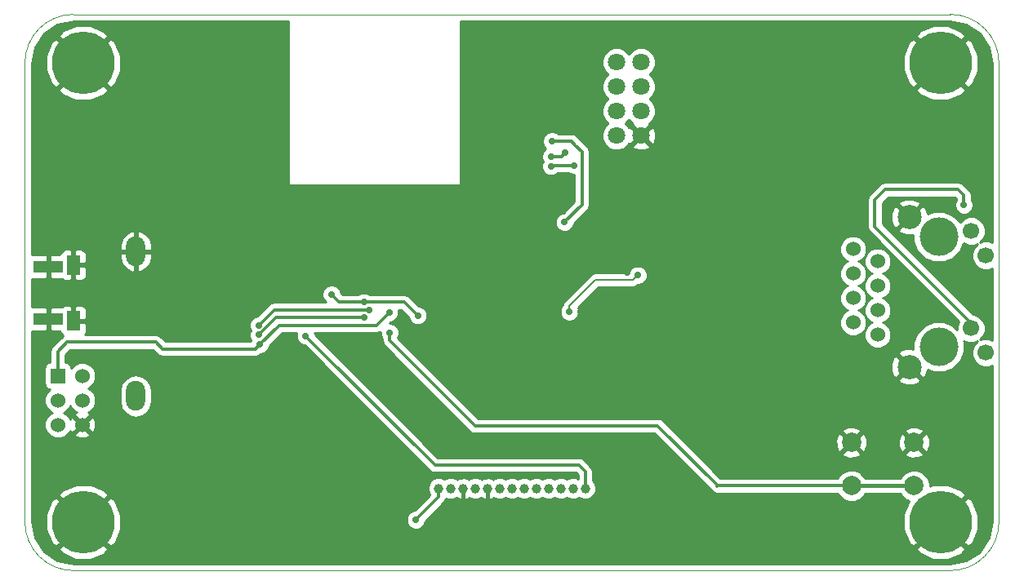
<source format=gbl>
G04 #@! TF.FileFunction,Copper,L2,Bot,Signal*
%FSLAX46Y46*%
G04 Gerber Fmt 4.6, Leading zero omitted, Abs format (unit mm)*
G04 Created by KiCad (PCBNEW (2015-01-16 BZR 5376)-product) date 17/05/2015 14:23:26*
%MOMM*%
G01*
G04 APERTURE LIST*
%ADD10C,0.150000*%
%ADD11C,0.100000*%
%ADD12C,6.500000*%
%ADD13R,1.460000X2.000000*%
%ADD14R,3.150000X1.300000*%
%ADD15R,1.524000X1.524000*%
%ADD16C,1.524000*%
%ADD17C,4.000000*%
%ADD18C,2.500000*%
%ADD19C,1.700000*%
%ADD20C,2.000000*%
%ADD21C,1.000000*%
%ADD22O,2.000000X3.100000*%
%ADD23C,1.800000*%
%ADD24C,0.700000*%
%ADD25C,0.300000*%
%ADD26C,0.400000*%
%ADD27C,0.200000*%
%ADD28C,0.254000*%
G04 APERTURE END LIST*
D10*
D11*
X89249784Y-123120874D02*
X89249784Y-75495874D01*
X89249784Y-123120874D02*
G75*
G03X94298222Y-128169312I5048438J0D01*
G01*
X185201346Y-128169312D02*
X94298222Y-128169312D01*
X185201346Y-128169312D02*
G75*
G03X190249784Y-123120874I0J5048438D01*
G01*
X190249784Y-75495874D02*
X190249784Y-123120874D01*
X190249784Y-75495874D02*
G75*
G03X185201346Y-70447436I-5048438J0D01*
G01*
X94298222Y-70447436D02*
X185201346Y-70447436D01*
X94298222Y-70447436D02*
G75*
G03X89249784Y-75495874I0J-5048438D01*
G01*
D12*
X184200008Y-123122518D03*
X184200008Y-75497518D03*
X95300008Y-75497518D03*
D13*
X94258670Y-96449560D03*
X94258670Y-102249560D03*
D14*
X91703670Y-96624560D03*
X91703670Y-102074560D03*
D15*
X92658940Y-107949740D03*
D16*
X95198940Y-107949740D03*
X92658940Y-110489740D03*
X95198940Y-110489740D03*
X92658940Y-113029740D03*
X95198940Y-113029740D03*
D17*
X184000000Y-93532960D03*
X184000000Y-104962960D03*
D16*
X177650000Y-103692960D03*
X175110000Y-102422960D03*
X177650000Y-101152960D03*
X175110000Y-99882960D03*
X177650000Y-98612960D03*
X175110000Y-97342960D03*
X177650000Y-96072960D03*
D18*
X180950000Y-91472960D03*
X180950000Y-107022960D03*
D16*
X175110000Y-94802960D03*
D19*
X187380000Y-92922960D03*
X188900000Y-95462960D03*
X187380000Y-103032960D03*
X188900000Y-105572960D03*
D12*
X95300008Y-123122518D03*
D20*
X181450800Y-119373960D03*
X181450800Y-114873960D03*
X174950800Y-114873960D03*
X174950800Y-119373960D03*
D21*
X147370000Y-119660000D03*
D22*
X100750000Y-110060000D03*
X100750000Y-95060000D03*
D21*
X146100000Y-119660000D03*
X144830000Y-119660000D03*
X143560000Y-119660000D03*
X142290000Y-119660000D03*
X141020000Y-119660000D03*
X139750000Y-119660000D03*
X138480000Y-119660000D03*
X137210000Y-119660000D03*
X135940000Y-119660000D03*
X134670000Y-119660000D03*
X133400000Y-119660000D03*
X132130000Y-119660000D03*
D23*
X153126440Y-83030000D03*
X150586440Y-83030000D03*
X153126440Y-80490000D03*
X150586440Y-80490000D03*
X153126440Y-77950000D03*
X150586440Y-77950000D03*
X153126440Y-75410000D03*
X150586440Y-75410000D03*
D24*
X129790000Y-122900000D03*
X118364000Y-103822500D03*
X113600000Y-104710000D03*
X146200000Y-86110000D03*
X143800000Y-86210000D03*
X127020000Y-101420000D03*
X113500000Y-103710000D03*
X124400000Y-101910000D03*
X145300000Y-84810000D03*
X143800000Y-85210000D03*
X113500000Y-102710000D03*
X124900000Y-101110000D03*
X124400000Y-100310000D03*
X145200000Y-92010000D03*
X143900000Y-83610000D03*
X130000000Y-101710000D03*
X121050000Y-99510000D03*
X127070000Y-103470000D03*
X108800000Y-92010000D03*
X132900000Y-102710000D03*
X166010000Y-89040000D03*
X149000000Y-99210000D03*
X146900000Y-101310000D03*
X151700000Y-97210000D03*
X149000000Y-94310000D03*
X156600000Y-97410000D03*
X157100000Y-94210000D03*
X152100000Y-92010000D03*
X153500000Y-92010000D03*
X157000000Y-99810000D03*
X159100000Y-104110000D03*
X141700000Y-101310000D03*
X142100000Y-91910000D03*
X144000000Y-92010000D03*
X159900000Y-97410000D03*
X106500000Y-90810000D03*
X111100000Y-90810000D03*
X113600000Y-96710000D03*
X112600000Y-90810000D03*
X114100000Y-90810000D03*
X119600000Y-96910000D03*
X120800000Y-90810000D03*
X115300000Y-105510000D03*
X119500000Y-115110000D03*
X123800000Y-105310000D03*
X149800000Y-88410000D03*
X153900000Y-87910000D03*
X153900000Y-89310000D03*
X136100000Y-96610000D03*
X149000000Y-95210000D03*
X109800000Y-100310000D03*
X125400000Y-106810000D03*
X139700000Y-93310000D03*
X154550000Y-107610000D03*
X157050000Y-95610000D03*
X158500000Y-99810000D03*
X148750000Y-107710000D03*
X143500000Y-106710000D03*
X146558000Y-114554000D03*
X145034000Y-114554000D03*
X143510000Y-114554000D03*
X141986000Y-114554000D03*
X140462000Y-114554000D03*
X138938000Y-114554000D03*
X104600000Y-101810000D03*
X104700000Y-93610000D03*
X152800000Y-97510000D03*
X145700000Y-101310000D03*
X186610000Y-90220000D03*
D25*
X132130000Y-120560000D02*
X132130000Y-119660000D01*
X129790000Y-122900000D02*
X132130000Y-120560000D01*
X119380000Y-104838500D02*
X118364000Y-103822500D01*
X147370000Y-117906000D02*
X146685000Y-117221000D01*
X146685000Y-117221000D02*
X131762500Y-117221000D01*
X131762500Y-117221000D02*
X119380000Y-104838500D01*
X147370000Y-117906000D02*
X147370000Y-119660000D01*
X119380000Y-104838500D02*
X119380000Y-104838500D01*
X127020000Y-101420000D02*
X125730000Y-102710000D01*
X125730000Y-102710000D02*
X124270000Y-102710000D01*
X115600000Y-102710000D02*
X124270000Y-102710000D01*
X113600000Y-104710000D02*
X115600000Y-102710000D01*
X143900000Y-86110000D02*
X146200000Y-86110000D01*
X143800000Y-86210000D02*
X143900000Y-86110000D01*
X113154000Y-105156000D02*
X113157000Y-105153000D01*
X103505000Y-105156000D02*
X113154000Y-105156000D01*
X113154000Y-105156000D02*
X113600000Y-104710000D01*
X92658940Y-105445300D02*
X93647000Y-104457240D01*
X93647000Y-104457240D02*
X102806240Y-104457240D01*
X102806240Y-104457240D02*
X103505000Y-105156000D01*
X92658940Y-107949740D02*
X92658940Y-105445300D01*
X115300000Y-101910000D02*
X124400000Y-101910000D01*
X113500000Y-103710000D02*
X115300000Y-101910000D01*
X143800000Y-85210000D02*
X144900000Y-85210000D01*
X144900000Y-85210000D02*
X145300000Y-84810000D01*
X115100000Y-101110000D02*
X124900000Y-101110000D01*
X113500000Y-102710000D02*
X115100000Y-101110000D01*
X121850000Y-100310000D02*
X123400000Y-100310000D01*
X123400000Y-100310000D02*
X124400000Y-100310000D01*
X147000000Y-90210000D02*
X145200000Y-92010000D01*
X147000000Y-84710000D02*
X147000000Y-90210000D01*
X146300000Y-84010000D02*
X147000000Y-84710000D01*
X145900000Y-83610000D02*
X146300000Y-84010000D01*
X143900000Y-83610000D02*
X145900000Y-83610000D01*
X128600000Y-100310000D02*
X130000000Y-101710000D01*
X124400000Y-100310000D02*
X128600000Y-100310000D01*
X121050000Y-99510000D02*
X121850000Y-100310000D01*
D26*
X174950800Y-119373960D02*
X174654760Y-119670000D01*
X181450800Y-119373960D02*
X174950800Y-119373960D01*
D25*
X161023960Y-119373960D02*
X161033200Y-119383200D01*
X161055360Y-119373960D02*
X161023960Y-119373960D01*
X174950800Y-119373960D02*
X161055360Y-119373960D01*
X127070000Y-104286200D02*
X135940540Y-113156740D01*
X135940540Y-113156740D02*
X154838140Y-113156740D01*
X154838140Y-113156740D02*
X161055360Y-119373960D01*
X127070000Y-103470000D02*
X127070000Y-104286200D01*
D26*
X134670000Y-121339140D02*
X134645400Y-121363740D01*
X134670000Y-119660000D02*
X134670000Y-121339140D01*
X137210000Y-121276580D02*
X137251440Y-121318020D01*
X137210000Y-119660000D02*
X137210000Y-121276580D01*
D27*
X145700000Y-100710000D02*
X148400000Y-98010000D01*
X148400000Y-98010000D02*
X152300000Y-98010000D01*
X152300000Y-98010000D02*
X152800000Y-97510000D01*
X145700000Y-101310000D02*
X145700000Y-100710000D01*
D25*
X187380000Y-103032960D02*
X187380000Y-102470000D01*
X187380000Y-102470000D02*
X177390000Y-92480000D01*
X177390000Y-92480000D02*
X177390000Y-89690000D01*
X177390000Y-89690000D02*
X178450000Y-88630000D01*
X178450000Y-88630000D02*
X186010000Y-88630000D01*
X186010000Y-88630000D02*
X186610000Y-89230000D01*
X186610000Y-89230000D02*
X186610000Y-90220000D01*
D28*
G36*
X134805062Y-119587172D02*
X134804935Y-119732954D01*
X134684142Y-119853747D01*
X134670000Y-119839605D01*
X134655857Y-119853747D01*
X134534937Y-119732827D01*
X134535064Y-119587045D01*
X134655857Y-119466252D01*
X134670000Y-119480395D01*
X134684142Y-119466252D01*
X134805062Y-119587172D01*
X134805062Y-119587172D01*
G37*
X134805062Y-119587172D02*
X134804935Y-119732954D01*
X134684142Y-119853747D01*
X134670000Y-119839605D01*
X134655857Y-119853747D01*
X134534937Y-119732827D01*
X134535064Y-119587045D01*
X134655857Y-119466252D01*
X134670000Y-119480395D01*
X134684142Y-119466252D01*
X134805062Y-119587172D01*
G36*
X137345062Y-119587172D02*
X137344935Y-119732954D01*
X137224142Y-119853747D01*
X137210000Y-119839605D01*
X137195857Y-119853747D01*
X137074937Y-119732827D01*
X137075064Y-119587045D01*
X137195857Y-119466252D01*
X137210000Y-119480395D01*
X137224142Y-119466252D01*
X137345062Y-119587172D01*
X137345062Y-119587172D01*
G37*
X137345062Y-119587172D02*
X137344935Y-119732954D01*
X137224142Y-119853747D01*
X137210000Y-119839605D01*
X137195857Y-119853747D01*
X137074937Y-119732827D01*
X137075064Y-119587045D01*
X137195857Y-119466252D01*
X137210000Y-119480395D01*
X137224142Y-119466252D01*
X137345062Y-119587172D01*
G36*
X189564784Y-123053406D02*
X189220239Y-124785553D01*
X188277272Y-126196802D01*
X188090474Y-126321616D01*
X188090474Y-122377746D01*
X187509319Y-120945622D01*
X187477616Y-120898176D01*
X186976986Y-120525145D01*
X186797381Y-120704750D01*
X186797381Y-120345540D01*
X186424350Y-119844910D01*
X185000746Y-119243185D01*
X183455236Y-119232052D01*
X183096708Y-119377542D01*
X183096708Y-115138499D01*
X183072656Y-114488500D01*
X182870187Y-113999696D01*
X182603332Y-113901033D01*
X182423727Y-114080638D01*
X182423727Y-113721428D01*
X182325064Y-113454573D01*
X182103715Y-113372338D01*
X182103715Y-108356280D01*
X180950000Y-107202565D01*
X180770395Y-107382170D01*
X180770395Y-107022960D01*
X179616680Y-105869245D01*
X179323877Y-105998493D01*
X179055612Y-106698766D01*
X179075750Y-107448395D01*
X179323877Y-108047427D01*
X179616680Y-108176675D01*
X180770395Y-107022960D01*
X180770395Y-107382170D01*
X179796285Y-108356280D01*
X179925533Y-108649083D01*
X180625806Y-108917348D01*
X181375435Y-108897210D01*
X181974467Y-108649083D01*
X182103715Y-108356280D01*
X182103715Y-113372338D01*
X181715339Y-113228052D01*
X181065340Y-113252104D01*
X180576536Y-113454573D01*
X180477873Y-113721428D01*
X181450800Y-114694355D01*
X182423727Y-113721428D01*
X182423727Y-114080638D01*
X181630405Y-114873960D01*
X182603332Y-115846887D01*
X182870187Y-115748224D01*
X183096708Y-115138499D01*
X183096708Y-119377542D01*
X183085794Y-119381971D01*
X183086084Y-119050165D01*
X182837694Y-118449017D01*
X182423727Y-118034325D01*
X182423727Y-116026492D01*
X181450800Y-115053565D01*
X181271195Y-115233170D01*
X181271195Y-114873960D01*
X180298268Y-113901033D01*
X180031413Y-113999696D01*
X179804892Y-114609421D01*
X179828944Y-115259420D01*
X180031413Y-115748224D01*
X180298268Y-115846887D01*
X181271195Y-114873960D01*
X181271195Y-115233170D01*
X180477873Y-116026492D01*
X180576536Y-116293347D01*
X181186261Y-116519868D01*
X181836260Y-116495816D01*
X182325064Y-116293347D01*
X182423727Y-116026492D01*
X182423727Y-118034325D01*
X182378163Y-117988682D01*
X181777448Y-117739244D01*
X181127005Y-117738676D01*
X180525857Y-117987066D01*
X180065522Y-118446597D01*
X180027169Y-118538960D01*
X179047242Y-118538960D01*
X179047242Y-103416299D01*
X178835010Y-102902657D01*
X178442370Y-102509331D01*
X178234487Y-102423010D01*
X178440303Y-102337970D01*
X178833629Y-101945330D01*
X179046757Y-101432060D01*
X179047242Y-100876299D01*
X178835010Y-100362657D01*
X178442370Y-99969331D01*
X178234487Y-99883010D01*
X178440303Y-99797970D01*
X178833629Y-99405330D01*
X179046757Y-98892060D01*
X179047242Y-98336299D01*
X178835010Y-97822657D01*
X178442370Y-97429331D01*
X178234487Y-97343010D01*
X178440303Y-97257970D01*
X178833629Y-96865330D01*
X179046757Y-96352060D01*
X179047242Y-95796299D01*
X178835010Y-95282657D01*
X178442370Y-94889331D01*
X177929100Y-94676203D01*
X177373339Y-94675718D01*
X176859697Y-94887950D01*
X176466371Y-95280590D01*
X176253243Y-95793860D01*
X176252758Y-96349621D01*
X176464990Y-96863263D01*
X176857630Y-97256589D01*
X177065512Y-97342909D01*
X176859697Y-97427950D01*
X176466371Y-97820590D01*
X176253243Y-98333860D01*
X176252758Y-98889621D01*
X176464990Y-99403263D01*
X176857630Y-99796589D01*
X177065512Y-99882909D01*
X176859697Y-99967950D01*
X176466371Y-100360590D01*
X176253243Y-100873860D01*
X176252758Y-101429621D01*
X176464990Y-101943263D01*
X176857630Y-102336589D01*
X177065512Y-102422909D01*
X176859697Y-102507950D01*
X176507242Y-102859790D01*
X176507242Y-102146299D01*
X176295010Y-101632657D01*
X175902370Y-101239331D01*
X175694487Y-101153010D01*
X175900303Y-101067970D01*
X176293629Y-100675330D01*
X176506757Y-100162060D01*
X176507242Y-99606299D01*
X176295010Y-99092657D01*
X175902370Y-98699331D01*
X175694487Y-98613010D01*
X175900303Y-98527970D01*
X176293629Y-98135330D01*
X176506757Y-97622060D01*
X176507242Y-97066299D01*
X176295010Y-96552657D01*
X175902370Y-96159331D01*
X175694487Y-96073010D01*
X175900303Y-95987970D01*
X176293629Y-95595330D01*
X176506757Y-95082060D01*
X176507242Y-94526299D01*
X176295010Y-94012657D01*
X175902370Y-93619331D01*
X175389100Y-93406203D01*
X174833339Y-93405718D01*
X174319697Y-93617950D01*
X173926371Y-94010590D01*
X173713243Y-94523860D01*
X173712758Y-95079621D01*
X173924990Y-95593263D01*
X174317630Y-95986589D01*
X174525512Y-96072909D01*
X174319697Y-96157950D01*
X173926371Y-96550590D01*
X173713243Y-97063860D01*
X173712758Y-97619621D01*
X173924990Y-98133263D01*
X174317630Y-98526589D01*
X174525512Y-98612909D01*
X174319697Y-98697950D01*
X173926371Y-99090590D01*
X173713243Y-99603860D01*
X173712758Y-100159621D01*
X173924990Y-100673263D01*
X174317630Y-101066589D01*
X174525512Y-101152909D01*
X174319697Y-101237950D01*
X173926371Y-101630590D01*
X173713243Y-102143860D01*
X173712758Y-102699621D01*
X173924990Y-103213263D01*
X174317630Y-103606589D01*
X174830900Y-103819717D01*
X175386661Y-103820202D01*
X175900303Y-103607970D01*
X176293629Y-103215330D01*
X176506757Y-102702060D01*
X176507242Y-102146299D01*
X176507242Y-102859790D01*
X176466371Y-102900590D01*
X176253243Y-103413860D01*
X176252758Y-103969621D01*
X176464990Y-104483263D01*
X176857630Y-104876589D01*
X177370900Y-105089717D01*
X177926661Y-105090202D01*
X178440303Y-104877970D01*
X178833629Y-104485330D01*
X179046757Y-103972060D01*
X179047242Y-103416299D01*
X179047242Y-118538960D01*
X176596708Y-118538960D01*
X176596708Y-115138499D01*
X176572656Y-114488500D01*
X176370187Y-113999696D01*
X176103332Y-113901033D01*
X175923727Y-114080638D01*
X175923727Y-113721428D01*
X175825064Y-113454573D01*
X175215339Y-113228052D01*
X174565340Y-113252104D01*
X174076536Y-113454573D01*
X173977873Y-113721428D01*
X174950800Y-114694355D01*
X175923727Y-113721428D01*
X175923727Y-114080638D01*
X175130405Y-114873960D01*
X176103332Y-115846887D01*
X176370187Y-115748224D01*
X176596708Y-115138499D01*
X176596708Y-118538960D01*
X176374857Y-118538960D01*
X176337694Y-118449017D01*
X175923727Y-118034325D01*
X175923727Y-116026492D01*
X174950800Y-115053565D01*
X174771195Y-115233170D01*
X174771195Y-114873960D01*
X173798268Y-113901033D01*
X173531413Y-113999696D01*
X173304892Y-114609421D01*
X173328944Y-115259420D01*
X173531413Y-115748224D01*
X173798268Y-115846887D01*
X174771195Y-114873960D01*
X174771195Y-115233170D01*
X173977873Y-116026492D01*
X174076536Y-116293347D01*
X174686261Y-116519868D01*
X175336260Y-116495816D01*
X175825064Y-116293347D01*
X175923727Y-116026492D01*
X175923727Y-118034325D01*
X175878163Y-117988682D01*
X175277448Y-117739244D01*
X174627005Y-117738676D01*
X174025857Y-117987066D01*
X173565522Y-118446597D01*
X173506407Y-118588960D01*
X161380518Y-118588960D01*
X155393219Y-112601661D01*
X155138547Y-112431495D01*
X154838140Y-112371740D01*
X154672898Y-112371740D01*
X154672898Y-83270664D01*
X154661705Y-83004099D01*
X154661705Y-80186009D01*
X154428508Y-79621629D01*
X154027258Y-79219677D01*
X154426991Y-78820643D01*
X154661173Y-78256670D01*
X154661705Y-77646009D01*
X154428508Y-77081629D01*
X154027258Y-76679677D01*
X154426991Y-76280643D01*
X154661173Y-75716670D01*
X154661705Y-75106009D01*
X154428508Y-74541629D01*
X153997083Y-74109449D01*
X153433110Y-73875267D01*
X152822449Y-73874735D01*
X152258069Y-74107932D01*
X151856117Y-74509181D01*
X151457083Y-74109449D01*
X150893110Y-73875267D01*
X150282449Y-73874735D01*
X149718069Y-74107932D01*
X149285889Y-74539357D01*
X149051707Y-75103330D01*
X149051175Y-75713991D01*
X149284372Y-76278371D01*
X149685621Y-76680322D01*
X149285889Y-77079357D01*
X149051707Y-77643330D01*
X149051175Y-78253991D01*
X149284372Y-78818371D01*
X149685621Y-79220322D01*
X149285889Y-79619357D01*
X149051707Y-80183330D01*
X149051175Y-80793991D01*
X149284372Y-81358371D01*
X149685621Y-81760322D01*
X149285889Y-82159357D01*
X149051707Y-82723330D01*
X149051175Y-83333991D01*
X149284372Y-83898371D01*
X149715797Y-84330551D01*
X150279770Y-84564733D01*
X150890431Y-84565265D01*
X151454811Y-84332068D01*
X151886991Y-83900643D01*
X151895643Y-83879806D01*
X152046281Y-83930554D01*
X152946835Y-83030000D01*
X152046281Y-82129446D01*
X151896113Y-82180035D01*
X151888508Y-82161629D01*
X151487258Y-81759677D01*
X151856762Y-81390818D01*
X152255797Y-81790551D01*
X152276633Y-81799203D01*
X152225886Y-81949841D01*
X153126440Y-82850395D01*
X154026994Y-81949841D01*
X153976404Y-81799673D01*
X153994811Y-81792068D01*
X154426991Y-81360643D01*
X154661173Y-80796670D01*
X154661705Y-80186009D01*
X154661705Y-83004099D01*
X154647279Y-82660540D01*
X154463083Y-82215852D01*
X154206599Y-82129446D01*
X153306045Y-83030000D01*
X154206599Y-83930554D01*
X154463083Y-83844148D01*
X154672898Y-83270664D01*
X154672898Y-112371740D01*
X154026994Y-112371740D01*
X154026994Y-84110159D01*
X153126440Y-83209605D01*
X152225886Y-84110159D01*
X152312292Y-84366643D01*
X152885776Y-84576458D01*
X153495900Y-84550839D01*
X153940588Y-84366643D01*
X154026994Y-84110159D01*
X154026994Y-112371740D01*
X153785170Y-112371740D01*
X153785170Y-97314931D01*
X153635529Y-96952771D01*
X153358686Y-96675445D01*
X152996788Y-96525172D01*
X152604931Y-96524830D01*
X152242771Y-96674471D01*
X151965445Y-96951314D01*
X151831038Y-97275000D01*
X148400000Y-97275000D01*
X148118728Y-97330949D01*
X147880277Y-97490276D01*
X147785000Y-97585553D01*
X147785000Y-90210000D01*
X147785000Y-84710000D01*
X147725245Y-84409594D01*
X147725244Y-84409593D01*
X147555079Y-84154921D01*
X147555075Y-84154918D01*
X146855079Y-83454921D01*
X146455079Y-83054921D01*
X146200407Y-82884755D01*
X145900000Y-82825000D01*
X144508154Y-82825000D01*
X144458686Y-82775445D01*
X144096788Y-82625172D01*
X143704931Y-82624830D01*
X143342771Y-82774471D01*
X143065445Y-83051314D01*
X142915172Y-83413212D01*
X142914830Y-83805069D01*
X143064471Y-84167229D01*
X143263005Y-84366110D01*
X143242771Y-84374471D01*
X142965445Y-84651314D01*
X142815172Y-85013212D01*
X142814830Y-85405069D01*
X142940950Y-85710304D01*
X142815172Y-86013212D01*
X142814830Y-86405069D01*
X142964471Y-86767229D01*
X143241314Y-87044555D01*
X143603212Y-87194828D01*
X143995069Y-87195170D01*
X144357229Y-87045529D01*
X144508020Y-86895000D01*
X145591845Y-86895000D01*
X145641314Y-86944555D01*
X146003212Y-87094828D01*
X146215000Y-87095012D01*
X146215000Y-89884842D01*
X145074950Y-91024891D01*
X145004931Y-91024830D01*
X144642771Y-91174471D01*
X144365445Y-91451314D01*
X144215172Y-91813212D01*
X144214830Y-92205069D01*
X144364471Y-92567229D01*
X144641314Y-92844555D01*
X145003212Y-92994828D01*
X145395069Y-92995170D01*
X145757229Y-92845529D01*
X146034555Y-92568686D01*
X146184828Y-92206788D01*
X146184890Y-92135267D01*
X147555079Y-90765079D01*
X147725244Y-90510407D01*
X147725245Y-90510406D01*
X147785000Y-90210000D01*
X147785000Y-97585553D01*
X145180277Y-100190277D01*
X145020949Y-100428728D01*
X144979412Y-100637545D01*
X144865445Y-100751314D01*
X144715172Y-101113212D01*
X144714830Y-101505069D01*
X144864471Y-101867229D01*
X145141314Y-102144555D01*
X145503212Y-102294828D01*
X145895069Y-102295170D01*
X146257229Y-102145529D01*
X146534555Y-101868686D01*
X146684828Y-101506788D01*
X146685170Y-101114931D01*
X146582645Y-100866801D01*
X148704446Y-98745000D01*
X152300000Y-98745000D01*
X152300000Y-98744999D01*
X152581272Y-98689051D01*
X152819723Y-98529723D01*
X152854398Y-98495047D01*
X152995069Y-98495170D01*
X153357229Y-98345529D01*
X153634555Y-98068686D01*
X153784828Y-97706788D01*
X153785170Y-97314931D01*
X153785170Y-112371740D01*
X136265698Y-112371740D01*
X127909862Y-104015904D01*
X128054828Y-103666788D01*
X128055170Y-103274931D01*
X127905529Y-102912771D01*
X127628686Y-102635445D01*
X127266788Y-102485172D01*
X127065161Y-102484996D01*
X127145048Y-102405108D01*
X127215069Y-102405170D01*
X127577229Y-102255529D01*
X127854555Y-101978686D01*
X128004828Y-101616788D01*
X128005170Y-101224931D01*
X127951483Y-101095000D01*
X128274842Y-101095000D01*
X129014891Y-101835049D01*
X129014830Y-101905069D01*
X129164471Y-102267229D01*
X129441314Y-102544555D01*
X129803212Y-102694828D01*
X130195069Y-102695170D01*
X130557229Y-102545529D01*
X130834555Y-102268686D01*
X130984828Y-101906788D01*
X130985170Y-101514931D01*
X130835529Y-101152771D01*
X130558686Y-100875445D01*
X130196788Y-100725172D01*
X130125267Y-100725109D01*
X129155079Y-99754921D01*
X128900407Y-99584755D01*
X128600000Y-99525000D01*
X125008154Y-99525000D01*
X124958686Y-99475445D01*
X124596788Y-99325172D01*
X124204931Y-99324830D01*
X123842771Y-99474471D01*
X123792153Y-99525000D01*
X123400000Y-99525000D01*
X122175158Y-99525000D01*
X122035108Y-99384950D01*
X122035170Y-99314931D01*
X121885529Y-98952771D01*
X121608686Y-98675445D01*
X121246788Y-98525172D01*
X120854931Y-98524830D01*
X120492771Y-98674471D01*
X120215445Y-98951314D01*
X120065172Y-99313212D01*
X120064830Y-99705069D01*
X120214471Y-100067229D01*
X120471793Y-100325000D01*
X115100000Y-100325000D01*
X114799594Y-100384755D01*
X114544921Y-100554921D01*
X113374950Y-101724891D01*
X113304931Y-101724830D01*
X112942771Y-101874471D01*
X112665445Y-102151314D01*
X112515172Y-102513212D01*
X112514830Y-102905069D01*
X112640950Y-103210304D01*
X112515172Y-103513212D01*
X112514830Y-103905069D01*
X112664471Y-104267229D01*
X112701789Y-104304612D01*
X112674223Y-104371000D01*
X103830158Y-104371000D01*
X103361319Y-103902161D01*
X103106647Y-103731995D01*
X102806240Y-103672240D01*
X102385000Y-103672240D01*
X102385000Y-95737000D01*
X102385000Y-95187000D01*
X102385000Y-94933000D01*
X102385000Y-94383000D01*
X102211942Y-93766980D01*
X101816317Y-93264078D01*
X101258355Y-92950856D01*
X101130434Y-92919876D01*
X100877000Y-93039223D01*
X100877000Y-94933000D01*
X102385000Y-94933000D01*
X102385000Y-95187000D01*
X100877000Y-95187000D01*
X100877000Y-97080777D01*
X101130434Y-97200124D01*
X101258355Y-97169144D01*
X101816317Y-96855922D01*
X102211942Y-96353020D01*
X102385000Y-95737000D01*
X102385000Y-103672240D01*
X100623000Y-103672240D01*
X100623000Y-97080777D01*
X100623000Y-95187000D01*
X100623000Y-94933000D01*
X100623000Y-93039223D01*
X100369566Y-92919876D01*
X100241645Y-92950856D01*
X99683683Y-93264078D01*
X99288058Y-93766980D01*
X99190474Y-94114341D01*
X99190474Y-74752746D01*
X98609319Y-73320622D01*
X98577616Y-73273176D01*
X98076986Y-72900145D01*
X97897381Y-73079750D01*
X97897381Y-72720540D01*
X97524350Y-72219910D01*
X96100746Y-71618185D01*
X94555236Y-71607052D01*
X93123112Y-72188207D01*
X93075666Y-72219910D01*
X92702635Y-72720540D01*
X95300008Y-75317913D01*
X97897381Y-72720540D01*
X97897381Y-73079750D01*
X95479613Y-75497518D01*
X98076986Y-78094891D01*
X98577616Y-77721860D01*
X99179341Y-76298256D01*
X99190474Y-74752746D01*
X99190474Y-94114341D01*
X99115000Y-94383000D01*
X99115000Y-94933000D01*
X100623000Y-94933000D01*
X100623000Y-95187000D01*
X99115000Y-95187000D01*
X99115000Y-95737000D01*
X99288058Y-96353020D01*
X99683683Y-96855922D01*
X100241645Y-97169144D01*
X100369566Y-97200124D01*
X100623000Y-97080777D01*
X100623000Y-103672240D01*
X97897381Y-103672240D01*
X97897381Y-78274496D01*
X95300008Y-75677123D01*
X95120403Y-75856728D01*
X95120403Y-75497518D01*
X92523030Y-72900145D01*
X92022400Y-73273176D01*
X91420675Y-74696780D01*
X91409542Y-76242290D01*
X91990697Y-77674414D01*
X92022400Y-77721860D01*
X92523030Y-78094891D01*
X95120403Y-75497518D01*
X95120403Y-75856728D01*
X92702635Y-78274496D01*
X93075666Y-78775126D01*
X94499270Y-79376851D01*
X96044780Y-79387984D01*
X97476904Y-78806829D01*
X97524350Y-78775126D01*
X97897381Y-78274496D01*
X97897381Y-103672240D01*
X95464015Y-103672240D01*
X95526997Y-103609258D01*
X95623670Y-103375869D01*
X95623670Y-102535310D01*
X95623670Y-101963810D01*
X95623670Y-101123251D01*
X95623670Y-97575869D01*
X95623670Y-96735310D01*
X95623670Y-96163810D01*
X95623670Y-95323251D01*
X95526997Y-95089862D01*
X95348369Y-94911233D01*
X95114980Y-94814560D01*
X94862361Y-94814560D01*
X94544420Y-94814560D01*
X94385670Y-94973310D01*
X94385670Y-96322560D01*
X95464920Y-96322560D01*
X95623670Y-96163810D01*
X95623670Y-96735310D01*
X95464920Y-96576560D01*
X94385670Y-96576560D01*
X94385670Y-97925810D01*
X94544420Y-98084560D01*
X94862361Y-98084560D01*
X95114980Y-98084560D01*
X95348369Y-97987887D01*
X95526997Y-97809258D01*
X95623670Y-97575869D01*
X95623670Y-101123251D01*
X95526997Y-100889862D01*
X95348369Y-100711233D01*
X95114980Y-100614560D01*
X94862361Y-100614560D01*
X94544420Y-100614560D01*
X94385670Y-100773310D01*
X94385670Y-102122560D01*
X95464920Y-102122560D01*
X95623670Y-101963810D01*
X95623670Y-102535310D01*
X95464920Y-102376560D01*
X94385670Y-102376560D01*
X94385670Y-102396560D01*
X94131670Y-102396560D01*
X94131670Y-102376560D01*
X94111670Y-102376560D01*
X94111670Y-102122560D01*
X94131670Y-102122560D01*
X94131670Y-100773310D01*
X94131670Y-97925810D01*
X94131670Y-96576560D01*
X94111670Y-96576560D01*
X94111670Y-96322560D01*
X94131670Y-96322560D01*
X94131670Y-94973310D01*
X93972920Y-94814560D01*
X93654979Y-94814560D01*
X93402360Y-94814560D01*
X93168971Y-94911233D01*
X92990343Y-95089862D01*
X92893670Y-95323251D01*
X92893670Y-95339560D01*
X91989420Y-95339560D01*
X91830670Y-95498310D01*
X91830670Y-96497560D01*
X91850670Y-96497560D01*
X91850670Y-96751560D01*
X91830670Y-96751560D01*
X91830670Y-97750810D01*
X91989420Y-97909560D01*
X93090644Y-97909560D01*
X93168971Y-97987887D01*
X93402360Y-98084560D01*
X93654979Y-98084560D01*
X93972920Y-98084560D01*
X94131670Y-97925810D01*
X94131670Y-100773310D01*
X93972920Y-100614560D01*
X93654979Y-100614560D01*
X93402360Y-100614560D01*
X93168971Y-100711233D01*
X93090644Y-100789560D01*
X91989420Y-100789560D01*
X91830670Y-100948310D01*
X91830670Y-101947560D01*
X91850670Y-101947560D01*
X91850670Y-102201560D01*
X91830670Y-102201560D01*
X91830670Y-103200810D01*
X91989420Y-103359560D01*
X92893670Y-103359560D01*
X92893670Y-103375869D01*
X92990343Y-103609258D01*
X93168971Y-103787887D01*
X93226982Y-103811916D01*
X93091921Y-103902161D01*
X92103861Y-104890221D01*
X91933695Y-105144893D01*
X91873940Y-105445300D01*
X91873940Y-106544762D01*
X91654817Y-106587277D01*
X91442013Y-106727067D01*
X91299563Y-106938100D01*
X91249500Y-107187740D01*
X91249500Y-108711740D01*
X91296477Y-108953863D01*
X91436267Y-109166667D01*
X91647300Y-109309117D01*
X91827951Y-109345344D01*
X91475311Y-109697370D01*
X91262183Y-110210640D01*
X91261698Y-110766401D01*
X91473930Y-111280043D01*
X91866570Y-111673369D01*
X92074452Y-111759689D01*
X91868637Y-111844730D01*
X91475311Y-112237370D01*
X91262183Y-112750640D01*
X91261698Y-113306401D01*
X91473930Y-113820043D01*
X91866570Y-114213369D01*
X92379840Y-114426497D01*
X92935601Y-114426982D01*
X93449243Y-114214750D01*
X93842569Y-113822110D01*
X93922334Y-113630012D01*
X93976543Y-113760883D01*
X94218727Y-113830348D01*
X95019335Y-113029740D01*
X94218727Y-112229132D01*
X93976543Y-112298597D01*
X93926431Y-112439057D01*
X93843950Y-112239437D01*
X93451310Y-111846111D01*
X93243427Y-111759790D01*
X93449243Y-111674750D01*
X93842569Y-111282110D01*
X93928889Y-111074227D01*
X94013930Y-111280043D01*
X94406570Y-111673369D01*
X94598667Y-111753134D01*
X94467797Y-111807343D01*
X94398332Y-112049527D01*
X95198940Y-112850135D01*
X95999548Y-112049527D01*
X95930083Y-111807343D01*
X95789622Y-111757231D01*
X95989243Y-111674750D01*
X96382569Y-111282110D01*
X96595697Y-110768840D01*
X96596182Y-110213079D01*
X96383950Y-109699437D01*
X95991310Y-109306111D01*
X95783427Y-109219790D01*
X95989243Y-109134750D01*
X96382569Y-108742110D01*
X96595697Y-108228840D01*
X96596182Y-107673079D01*
X96383950Y-107159437D01*
X95991310Y-106766111D01*
X95478040Y-106552983D01*
X94922279Y-106552498D01*
X94408637Y-106764730D01*
X94054832Y-107117917D01*
X94021403Y-106945617D01*
X93881613Y-106732813D01*
X93670580Y-106590363D01*
X93443940Y-106544912D01*
X93443940Y-105770458D01*
X93972157Y-105242240D01*
X102481082Y-105242240D01*
X102949921Y-105711079D01*
X103204594Y-105881245D01*
X103505000Y-105941000D01*
X113154000Y-105941000D01*
X113454406Y-105881245D01*
X113454407Y-105881245D01*
X113709079Y-105711079D01*
X113712079Y-105708079D01*
X113725049Y-105695108D01*
X113795069Y-105695170D01*
X114157229Y-105545529D01*
X114434555Y-105268686D01*
X114584828Y-104906788D01*
X114584890Y-104835267D01*
X115925158Y-103495000D01*
X117433448Y-103495000D01*
X117379172Y-103625712D01*
X117378830Y-104017569D01*
X117528471Y-104379729D01*
X117805314Y-104657055D01*
X118167212Y-104807328D01*
X118238732Y-104807390D01*
X118824921Y-105393579D01*
X131207421Y-117776079D01*
X131462093Y-117946244D01*
X131462094Y-117946245D01*
X131762500Y-118006000D01*
X146359842Y-118006000D01*
X146585000Y-118231158D01*
X146585000Y-118632429D01*
X146326756Y-118525197D01*
X145875225Y-118524803D01*
X145464504Y-118694509D01*
X145056756Y-118525197D01*
X144605225Y-118524803D01*
X144194504Y-118694509D01*
X143786756Y-118525197D01*
X143335225Y-118524803D01*
X142924504Y-118694509D01*
X142516756Y-118525197D01*
X142065225Y-118524803D01*
X141654504Y-118694509D01*
X141246756Y-118525197D01*
X140795225Y-118524803D01*
X140384504Y-118694509D01*
X139976756Y-118525197D01*
X139525225Y-118524803D01*
X139114504Y-118694509D01*
X138706756Y-118525197D01*
X138255225Y-118524803D01*
X137837914Y-118697233D01*
X137797627Y-118737449D01*
X137783352Y-118654783D01*
X137355028Y-118511888D01*
X136904625Y-118543783D01*
X136636648Y-118654783D01*
X136622434Y-118737091D01*
X136583765Y-118698355D01*
X136166756Y-118525197D01*
X135715225Y-118524803D01*
X135297914Y-118697233D01*
X135257627Y-118737449D01*
X135243352Y-118654783D01*
X134815028Y-118511888D01*
X134364625Y-118543783D01*
X134096648Y-118654783D01*
X134082434Y-118737091D01*
X134043765Y-118698355D01*
X133626756Y-118525197D01*
X133175225Y-118524803D01*
X132764504Y-118694509D01*
X132356756Y-118525197D01*
X131905225Y-118524803D01*
X131487914Y-118697233D01*
X131168355Y-119016235D01*
X130995197Y-119433244D01*
X130994803Y-119884775D01*
X131167233Y-120302086D01*
X131222446Y-120357395D01*
X129664950Y-121914891D01*
X129594931Y-121914830D01*
X129232771Y-122064471D01*
X128955445Y-122341314D01*
X128805172Y-122703212D01*
X128804830Y-123095069D01*
X128954471Y-123457229D01*
X129231314Y-123734555D01*
X129593212Y-123884828D01*
X129985069Y-123885170D01*
X130347229Y-123735529D01*
X130624555Y-123458686D01*
X130774828Y-123096788D01*
X130774890Y-123025267D01*
X132685079Y-121115079D01*
X132855245Y-120860406D01*
X132891560Y-120677837D01*
X133173244Y-120794803D01*
X133624775Y-120795197D01*
X134042086Y-120622767D01*
X134082372Y-120582550D01*
X134096648Y-120665217D01*
X134524972Y-120808112D01*
X134975375Y-120776217D01*
X135243352Y-120665217D01*
X135257565Y-120582908D01*
X135296235Y-120621645D01*
X135713244Y-120794803D01*
X136164775Y-120795197D01*
X136582086Y-120622767D01*
X136622372Y-120582550D01*
X136636648Y-120665217D01*
X137064972Y-120808112D01*
X137515375Y-120776217D01*
X137783352Y-120665217D01*
X137797565Y-120582908D01*
X137836235Y-120621645D01*
X138253244Y-120794803D01*
X138704775Y-120795197D01*
X139115495Y-120625490D01*
X139523244Y-120794803D01*
X139974775Y-120795197D01*
X140385495Y-120625490D01*
X140793244Y-120794803D01*
X141244775Y-120795197D01*
X141655495Y-120625490D01*
X142063244Y-120794803D01*
X142514775Y-120795197D01*
X142925495Y-120625490D01*
X143333244Y-120794803D01*
X143784775Y-120795197D01*
X144195495Y-120625490D01*
X144603244Y-120794803D01*
X145054775Y-120795197D01*
X145465495Y-120625490D01*
X145873244Y-120794803D01*
X146324775Y-120795197D01*
X146735495Y-120625490D01*
X147143244Y-120794803D01*
X147594775Y-120795197D01*
X148012086Y-120622767D01*
X148331645Y-120303765D01*
X148504803Y-119886756D01*
X148505197Y-119435225D01*
X148332767Y-119017914D01*
X148155000Y-118839836D01*
X148155000Y-117906000D01*
X148095245Y-117605594D01*
X148095245Y-117605593D01*
X147925079Y-117350921D01*
X147240079Y-116665921D01*
X146985407Y-116495755D01*
X146685000Y-116436000D01*
X132087658Y-116436000D01*
X119935079Y-104283421D01*
X119349108Y-103697450D01*
X119349170Y-103627431D01*
X119294450Y-103495000D01*
X124270000Y-103495000D01*
X125730000Y-103495000D01*
X126030406Y-103435245D01*
X126030407Y-103435245D01*
X126085062Y-103398725D01*
X126084830Y-103665069D01*
X126234471Y-104027229D01*
X126285000Y-104077846D01*
X126285000Y-104286200D01*
X126344755Y-104586607D01*
X126514921Y-104841279D01*
X135385461Y-113711819D01*
X135640133Y-113881985D01*
X135640134Y-113881985D01*
X135940540Y-113941740D01*
X154512982Y-113941740D01*
X160405652Y-119834410D01*
X160468881Y-119929039D01*
X160478121Y-119938279D01*
X160732793Y-120108445D01*
X161033200Y-120168200D01*
X161079652Y-120158960D01*
X173506082Y-120158960D01*
X173563906Y-120298903D01*
X174023437Y-120759238D01*
X174624152Y-121008676D01*
X175274595Y-121009244D01*
X175875743Y-120760854D01*
X176336078Y-120301323D01*
X176374430Y-120208960D01*
X180026742Y-120208960D01*
X180063906Y-120298903D01*
X180523437Y-120759238D01*
X180912790Y-120920911D01*
X180320675Y-122321780D01*
X180309542Y-123867290D01*
X180890697Y-125299414D01*
X180922400Y-125346860D01*
X181423030Y-125719891D01*
X184020403Y-123122518D01*
X184006260Y-123108375D01*
X184185865Y-122928770D01*
X184200008Y-122942913D01*
X186797381Y-120345540D01*
X186797381Y-120704750D01*
X184379613Y-123122518D01*
X186976986Y-125719891D01*
X187477616Y-125346860D01*
X188079341Y-123923256D01*
X188090474Y-122377746D01*
X188090474Y-126321616D01*
X186866025Y-127139767D01*
X186797381Y-127153421D01*
X186797381Y-125899496D01*
X184200008Y-123302123D01*
X181602635Y-125899496D01*
X181975666Y-126400126D01*
X183399270Y-127001851D01*
X184944780Y-127012984D01*
X186376904Y-126431829D01*
X186424350Y-126400126D01*
X186797381Y-125899496D01*
X186797381Y-127153421D01*
X185133878Y-127484312D01*
X102385000Y-127484312D01*
X102385000Y-110652807D01*
X102385000Y-109467193D01*
X102260543Y-108841506D01*
X101906120Y-108311073D01*
X101375687Y-107956650D01*
X100750000Y-107832193D01*
X100124313Y-107956650D01*
X99593880Y-108311073D01*
X99239457Y-108841506D01*
X99115000Y-109467193D01*
X99115000Y-110652807D01*
X99239457Y-111278494D01*
X99593880Y-111808927D01*
X100124313Y-112163350D01*
X100750000Y-112287807D01*
X101375687Y-112163350D01*
X101906120Y-111808927D01*
X102260543Y-111278494D01*
X102385000Y-110652807D01*
X102385000Y-127484312D01*
X99190474Y-127484312D01*
X99190474Y-122377746D01*
X98609319Y-120945622D01*
X98577616Y-120898176D01*
X98076986Y-120525145D01*
X97897381Y-120704750D01*
X97897381Y-120345540D01*
X97524350Y-119844910D01*
X96608084Y-119457625D01*
X96608084Y-113237438D01*
X96580302Y-112682372D01*
X96421337Y-112298597D01*
X96179153Y-112229132D01*
X95378545Y-113029740D01*
X96179153Y-113830348D01*
X96421337Y-113760883D01*
X96608084Y-113237438D01*
X96608084Y-119457625D01*
X96100746Y-119243185D01*
X95999548Y-119242456D01*
X95999548Y-114009953D01*
X95198940Y-113209345D01*
X94398332Y-114009953D01*
X94467797Y-114252137D01*
X94991242Y-114438884D01*
X95546308Y-114411102D01*
X95930083Y-114252137D01*
X95999548Y-114009953D01*
X95999548Y-119242456D01*
X94555236Y-119232052D01*
X93123112Y-119813207D01*
X93075666Y-119844910D01*
X92702635Y-120345540D01*
X95300008Y-122942913D01*
X97897381Y-120345540D01*
X97897381Y-120704750D01*
X95479613Y-123122518D01*
X98076986Y-125719891D01*
X98577616Y-125346860D01*
X99179341Y-123923256D01*
X99190474Y-122377746D01*
X99190474Y-127484312D01*
X97897381Y-127484312D01*
X97897381Y-125899496D01*
X95300008Y-123302123D01*
X95120403Y-123481728D01*
X95120403Y-123122518D01*
X92523030Y-120525145D01*
X92022400Y-120898176D01*
X91420675Y-122321780D01*
X91409542Y-123867290D01*
X91990697Y-125299414D01*
X92022400Y-125346860D01*
X92523030Y-125719891D01*
X95120403Y-123122518D01*
X95120403Y-123481728D01*
X92702635Y-125899496D01*
X93075666Y-126400126D01*
X94499270Y-127001851D01*
X96044780Y-127012984D01*
X97476904Y-126431829D01*
X97524350Y-126400126D01*
X97897381Y-125899496D01*
X97897381Y-127484312D01*
X94365689Y-127484312D01*
X92633542Y-127139767D01*
X91222293Y-126196800D01*
X90279328Y-124785553D01*
X89934784Y-123053406D01*
X89934784Y-103331569D01*
X90002360Y-103359560D01*
X90254979Y-103359560D01*
X91417920Y-103359560D01*
X91576670Y-103200810D01*
X91576670Y-102201560D01*
X91556670Y-102201560D01*
X91556670Y-101947560D01*
X91576670Y-101947560D01*
X91576670Y-100948310D01*
X91417920Y-100789560D01*
X90254979Y-100789560D01*
X90002360Y-100789560D01*
X89934784Y-100817550D01*
X89934784Y-97881569D01*
X90002360Y-97909560D01*
X90254979Y-97909560D01*
X91417920Y-97909560D01*
X91576670Y-97750810D01*
X91576670Y-96751560D01*
X91556670Y-96751560D01*
X91556670Y-96497560D01*
X91576670Y-96497560D01*
X91576670Y-95498310D01*
X91417920Y-95339560D01*
X90254979Y-95339560D01*
X90002360Y-95339560D01*
X89934784Y-95367550D01*
X89934784Y-75563341D01*
X90279328Y-73831194D01*
X91222293Y-72419947D01*
X92633542Y-71476980D01*
X94365689Y-71132436D01*
X116566237Y-71132436D01*
X116573091Y-88214013D01*
X134419080Y-88203707D01*
X134419080Y-71132436D01*
X185133878Y-71132436D01*
X186866025Y-71476980D01*
X188277272Y-72419945D01*
X189220239Y-73831194D01*
X189564784Y-75563341D01*
X189564784Y-94131067D01*
X189196681Y-93978218D01*
X188605911Y-93977703D01*
X188297844Y-94104993D01*
X188638188Y-93765243D01*
X188864742Y-93219641D01*
X188865257Y-92628871D01*
X188639656Y-92082874D01*
X188222283Y-91664772D01*
X188090474Y-91610040D01*
X188090474Y-74752746D01*
X187509319Y-73320622D01*
X187477616Y-73273176D01*
X186976986Y-72900145D01*
X186797381Y-73079750D01*
X186797381Y-72720540D01*
X186424350Y-72219910D01*
X185000746Y-71618185D01*
X183455236Y-71607052D01*
X182023112Y-72188207D01*
X181975666Y-72219910D01*
X181602635Y-72720540D01*
X184200008Y-75317913D01*
X186797381Y-72720540D01*
X186797381Y-73079750D01*
X184379613Y-75497518D01*
X186976986Y-78094891D01*
X187477616Y-77721860D01*
X188079341Y-76298256D01*
X188090474Y-74752746D01*
X188090474Y-91610040D01*
X187676681Y-91438218D01*
X187085911Y-91437703D01*
X186539914Y-91663304D01*
X186197765Y-92004855D01*
X185494557Y-91300418D01*
X184526433Y-90898418D01*
X183478166Y-90897503D01*
X182827442Y-91166376D01*
X182824250Y-91047525D01*
X182576123Y-90448493D01*
X182283320Y-90319245D01*
X182103715Y-90498850D01*
X182103715Y-90139640D01*
X181974467Y-89846837D01*
X181274194Y-89578572D01*
X180524565Y-89598710D01*
X179925533Y-89846837D01*
X179796285Y-90139640D01*
X180950000Y-91293355D01*
X182103715Y-90139640D01*
X182103715Y-90498850D01*
X181129605Y-91472960D01*
X181143747Y-91487102D01*
X180964142Y-91666707D01*
X180950000Y-91652565D01*
X180770395Y-91832170D01*
X180770395Y-91472960D01*
X179616680Y-90319245D01*
X179323877Y-90448493D01*
X179055612Y-91148766D01*
X179075750Y-91898395D01*
X179323877Y-92497427D01*
X179616680Y-92626675D01*
X180770395Y-91472960D01*
X180770395Y-91832170D01*
X179796285Y-92806280D01*
X179925533Y-93099083D01*
X180625806Y-93367348D01*
X181365160Y-93347486D01*
X181364543Y-94054794D01*
X181764853Y-95023618D01*
X182505443Y-95765502D01*
X183473567Y-96167502D01*
X184521834Y-96168417D01*
X185490658Y-95768107D01*
X186232542Y-95027517D01*
X186577180Y-94197534D01*
X187083319Y-94407702D01*
X187674089Y-94408217D01*
X187982155Y-94280926D01*
X187641812Y-94620677D01*
X187415258Y-95166279D01*
X187414743Y-95757049D01*
X187640344Y-96303046D01*
X188057717Y-96721148D01*
X188603319Y-96947702D01*
X189194089Y-96948217D01*
X189564784Y-96795049D01*
X189564784Y-104241067D01*
X189196681Y-104088218D01*
X188605911Y-104087703D01*
X188297844Y-104214993D01*
X188638188Y-103875243D01*
X188864742Y-103329641D01*
X188865257Y-102738871D01*
X188639656Y-102192874D01*
X188222283Y-101774772D01*
X187676681Y-101548218D01*
X187568280Y-101548123D01*
X178175000Y-92154842D01*
X178175000Y-90015158D01*
X178775158Y-89415000D01*
X185684842Y-89415000D01*
X185825000Y-89555158D01*
X185825000Y-89611845D01*
X185775445Y-89661314D01*
X185625172Y-90023212D01*
X185624830Y-90415069D01*
X185774471Y-90777229D01*
X186051314Y-91054555D01*
X186413212Y-91204828D01*
X186805069Y-91205170D01*
X187167229Y-91055529D01*
X187444555Y-90778686D01*
X187594828Y-90416788D01*
X187595170Y-90024931D01*
X187445529Y-89662771D01*
X187395000Y-89612153D01*
X187395000Y-89230000D01*
X187335245Y-88929594D01*
X187335245Y-88929593D01*
X187165079Y-88674921D01*
X186797381Y-88307223D01*
X186797381Y-78274496D01*
X184200008Y-75677123D01*
X184020403Y-75856728D01*
X184020403Y-75497518D01*
X181423030Y-72900145D01*
X180922400Y-73273176D01*
X180320675Y-74696780D01*
X180309542Y-76242290D01*
X180890697Y-77674414D01*
X180922400Y-77721860D01*
X181423030Y-78094891D01*
X184020403Y-75497518D01*
X184020403Y-75856728D01*
X181602635Y-78274496D01*
X181975666Y-78775126D01*
X183399270Y-79376851D01*
X184944780Y-79387984D01*
X186376904Y-78806829D01*
X186424350Y-78775126D01*
X186797381Y-78274496D01*
X186797381Y-88307223D01*
X186565079Y-88074921D01*
X186310407Y-87904755D01*
X186010000Y-87845000D01*
X178450000Y-87845000D01*
X178149593Y-87904755D01*
X177894921Y-88074921D01*
X176834921Y-89134921D01*
X176664755Y-89389593D01*
X176605000Y-89690000D01*
X176605000Y-92480000D01*
X176664755Y-92780407D01*
X176834921Y-93035079D01*
X186083290Y-102283447D01*
X185895258Y-102736279D01*
X185894913Y-103131474D01*
X185494557Y-102730418D01*
X184526433Y-102328418D01*
X183478166Y-102327503D01*
X182509342Y-102727813D01*
X181767458Y-103468403D01*
X181365458Y-104436527D01*
X181364823Y-105163290D01*
X181274194Y-105128572D01*
X180524565Y-105148710D01*
X179925533Y-105396837D01*
X179796285Y-105689640D01*
X180950000Y-106843355D01*
X180964142Y-106829212D01*
X181143747Y-107008817D01*
X181129605Y-107022960D01*
X182283320Y-108176675D01*
X182576123Y-108047427D01*
X182844388Y-107347154D01*
X182844091Y-107336121D01*
X183473567Y-107597502D01*
X184521834Y-107598417D01*
X185490658Y-107198107D01*
X186232542Y-106457517D01*
X186634542Y-105489393D01*
X186635457Y-104441126D01*
X186580895Y-104309077D01*
X187083319Y-104517702D01*
X187674089Y-104518217D01*
X187982155Y-104390926D01*
X187641812Y-104730677D01*
X187415258Y-105276279D01*
X187414743Y-105867049D01*
X187640344Y-106413046D01*
X188057717Y-106831148D01*
X188603319Y-107057702D01*
X189194089Y-107058217D01*
X189564784Y-106905049D01*
X189564784Y-123053406D01*
X189564784Y-123053406D01*
G37*
X189564784Y-123053406D02*
X189220239Y-124785553D01*
X188277272Y-126196802D01*
X188090474Y-126321616D01*
X188090474Y-122377746D01*
X187509319Y-120945622D01*
X187477616Y-120898176D01*
X186976986Y-120525145D01*
X186797381Y-120704750D01*
X186797381Y-120345540D01*
X186424350Y-119844910D01*
X185000746Y-119243185D01*
X183455236Y-119232052D01*
X183096708Y-119377542D01*
X183096708Y-115138499D01*
X183072656Y-114488500D01*
X182870187Y-113999696D01*
X182603332Y-113901033D01*
X182423727Y-114080638D01*
X182423727Y-113721428D01*
X182325064Y-113454573D01*
X182103715Y-113372338D01*
X182103715Y-108356280D01*
X180950000Y-107202565D01*
X180770395Y-107382170D01*
X180770395Y-107022960D01*
X179616680Y-105869245D01*
X179323877Y-105998493D01*
X179055612Y-106698766D01*
X179075750Y-107448395D01*
X179323877Y-108047427D01*
X179616680Y-108176675D01*
X180770395Y-107022960D01*
X180770395Y-107382170D01*
X179796285Y-108356280D01*
X179925533Y-108649083D01*
X180625806Y-108917348D01*
X181375435Y-108897210D01*
X181974467Y-108649083D01*
X182103715Y-108356280D01*
X182103715Y-113372338D01*
X181715339Y-113228052D01*
X181065340Y-113252104D01*
X180576536Y-113454573D01*
X180477873Y-113721428D01*
X181450800Y-114694355D01*
X182423727Y-113721428D01*
X182423727Y-114080638D01*
X181630405Y-114873960D01*
X182603332Y-115846887D01*
X182870187Y-115748224D01*
X183096708Y-115138499D01*
X183096708Y-119377542D01*
X183085794Y-119381971D01*
X183086084Y-119050165D01*
X182837694Y-118449017D01*
X182423727Y-118034325D01*
X182423727Y-116026492D01*
X181450800Y-115053565D01*
X181271195Y-115233170D01*
X181271195Y-114873960D01*
X180298268Y-113901033D01*
X180031413Y-113999696D01*
X179804892Y-114609421D01*
X179828944Y-115259420D01*
X180031413Y-115748224D01*
X180298268Y-115846887D01*
X181271195Y-114873960D01*
X181271195Y-115233170D01*
X180477873Y-116026492D01*
X180576536Y-116293347D01*
X181186261Y-116519868D01*
X181836260Y-116495816D01*
X182325064Y-116293347D01*
X182423727Y-116026492D01*
X182423727Y-118034325D01*
X182378163Y-117988682D01*
X181777448Y-117739244D01*
X181127005Y-117738676D01*
X180525857Y-117987066D01*
X180065522Y-118446597D01*
X180027169Y-118538960D01*
X179047242Y-118538960D01*
X179047242Y-103416299D01*
X178835010Y-102902657D01*
X178442370Y-102509331D01*
X178234487Y-102423010D01*
X178440303Y-102337970D01*
X178833629Y-101945330D01*
X179046757Y-101432060D01*
X179047242Y-100876299D01*
X178835010Y-100362657D01*
X178442370Y-99969331D01*
X178234487Y-99883010D01*
X178440303Y-99797970D01*
X178833629Y-99405330D01*
X179046757Y-98892060D01*
X179047242Y-98336299D01*
X178835010Y-97822657D01*
X178442370Y-97429331D01*
X178234487Y-97343010D01*
X178440303Y-97257970D01*
X178833629Y-96865330D01*
X179046757Y-96352060D01*
X179047242Y-95796299D01*
X178835010Y-95282657D01*
X178442370Y-94889331D01*
X177929100Y-94676203D01*
X177373339Y-94675718D01*
X176859697Y-94887950D01*
X176466371Y-95280590D01*
X176253243Y-95793860D01*
X176252758Y-96349621D01*
X176464990Y-96863263D01*
X176857630Y-97256589D01*
X177065512Y-97342909D01*
X176859697Y-97427950D01*
X176466371Y-97820590D01*
X176253243Y-98333860D01*
X176252758Y-98889621D01*
X176464990Y-99403263D01*
X176857630Y-99796589D01*
X177065512Y-99882909D01*
X176859697Y-99967950D01*
X176466371Y-100360590D01*
X176253243Y-100873860D01*
X176252758Y-101429621D01*
X176464990Y-101943263D01*
X176857630Y-102336589D01*
X177065512Y-102422909D01*
X176859697Y-102507950D01*
X176507242Y-102859790D01*
X176507242Y-102146299D01*
X176295010Y-101632657D01*
X175902370Y-101239331D01*
X175694487Y-101153010D01*
X175900303Y-101067970D01*
X176293629Y-100675330D01*
X176506757Y-100162060D01*
X176507242Y-99606299D01*
X176295010Y-99092657D01*
X175902370Y-98699331D01*
X175694487Y-98613010D01*
X175900303Y-98527970D01*
X176293629Y-98135330D01*
X176506757Y-97622060D01*
X176507242Y-97066299D01*
X176295010Y-96552657D01*
X175902370Y-96159331D01*
X175694487Y-96073010D01*
X175900303Y-95987970D01*
X176293629Y-95595330D01*
X176506757Y-95082060D01*
X176507242Y-94526299D01*
X176295010Y-94012657D01*
X175902370Y-93619331D01*
X175389100Y-93406203D01*
X174833339Y-93405718D01*
X174319697Y-93617950D01*
X173926371Y-94010590D01*
X173713243Y-94523860D01*
X173712758Y-95079621D01*
X173924990Y-95593263D01*
X174317630Y-95986589D01*
X174525512Y-96072909D01*
X174319697Y-96157950D01*
X173926371Y-96550590D01*
X173713243Y-97063860D01*
X173712758Y-97619621D01*
X173924990Y-98133263D01*
X174317630Y-98526589D01*
X174525512Y-98612909D01*
X174319697Y-98697950D01*
X173926371Y-99090590D01*
X173713243Y-99603860D01*
X173712758Y-100159621D01*
X173924990Y-100673263D01*
X174317630Y-101066589D01*
X174525512Y-101152909D01*
X174319697Y-101237950D01*
X173926371Y-101630590D01*
X173713243Y-102143860D01*
X173712758Y-102699621D01*
X173924990Y-103213263D01*
X174317630Y-103606589D01*
X174830900Y-103819717D01*
X175386661Y-103820202D01*
X175900303Y-103607970D01*
X176293629Y-103215330D01*
X176506757Y-102702060D01*
X176507242Y-102146299D01*
X176507242Y-102859790D01*
X176466371Y-102900590D01*
X176253243Y-103413860D01*
X176252758Y-103969621D01*
X176464990Y-104483263D01*
X176857630Y-104876589D01*
X177370900Y-105089717D01*
X177926661Y-105090202D01*
X178440303Y-104877970D01*
X178833629Y-104485330D01*
X179046757Y-103972060D01*
X179047242Y-103416299D01*
X179047242Y-118538960D01*
X176596708Y-118538960D01*
X176596708Y-115138499D01*
X176572656Y-114488500D01*
X176370187Y-113999696D01*
X176103332Y-113901033D01*
X175923727Y-114080638D01*
X175923727Y-113721428D01*
X175825064Y-113454573D01*
X175215339Y-113228052D01*
X174565340Y-113252104D01*
X174076536Y-113454573D01*
X173977873Y-113721428D01*
X174950800Y-114694355D01*
X175923727Y-113721428D01*
X175923727Y-114080638D01*
X175130405Y-114873960D01*
X176103332Y-115846887D01*
X176370187Y-115748224D01*
X176596708Y-115138499D01*
X176596708Y-118538960D01*
X176374857Y-118538960D01*
X176337694Y-118449017D01*
X175923727Y-118034325D01*
X175923727Y-116026492D01*
X174950800Y-115053565D01*
X174771195Y-115233170D01*
X174771195Y-114873960D01*
X173798268Y-113901033D01*
X173531413Y-113999696D01*
X173304892Y-114609421D01*
X173328944Y-115259420D01*
X173531413Y-115748224D01*
X173798268Y-115846887D01*
X174771195Y-114873960D01*
X174771195Y-115233170D01*
X173977873Y-116026492D01*
X174076536Y-116293347D01*
X174686261Y-116519868D01*
X175336260Y-116495816D01*
X175825064Y-116293347D01*
X175923727Y-116026492D01*
X175923727Y-118034325D01*
X175878163Y-117988682D01*
X175277448Y-117739244D01*
X174627005Y-117738676D01*
X174025857Y-117987066D01*
X173565522Y-118446597D01*
X173506407Y-118588960D01*
X161380518Y-118588960D01*
X155393219Y-112601661D01*
X155138547Y-112431495D01*
X154838140Y-112371740D01*
X154672898Y-112371740D01*
X154672898Y-83270664D01*
X154661705Y-83004099D01*
X154661705Y-80186009D01*
X154428508Y-79621629D01*
X154027258Y-79219677D01*
X154426991Y-78820643D01*
X154661173Y-78256670D01*
X154661705Y-77646009D01*
X154428508Y-77081629D01*
X154027258Y-76679677D01*
X154426991Y-76280643D01*
X154661173Y-75716670D01*
X154661705Y-75106009D01*
X154428508Y-74541629D01*
X153997083Y-74109449D01*
X153433110Y-73875267D01*
X152822449Y-73874735D01*
X152258069Y-74107932D01*
X151856117Y-74509181D01*
X151457083Y-74109449D01*
X150893110Y-73875267D01*
X150282449Y-73874735D01*
X149718069Y-74107932D01*
X149285889Y-74539357D01*
X149051707Y-75103330D01*
X149051175Y-75713991D01*
X149284372Y-76278371D01*
X149685621Y-76680322D01*
X149285889Y-77079357D01*
X149051707Y-77643330D01*
X149051175Y-78253991D01*
X149284372Y-78818371D01*
X149685621Y-79220322D01*
X149285889Y-79619357D01*
X149051707Y-80183330D01*
X149051175Y-80793991D01*
X149284372Y-81358371D01*
X149685621Y-81760322D01*
X149285889Y-82159357D01*
X149051707Y-82723330D01*
X149051175Y-83333991D01*
X149284372Y-83898371D01*
X149715797Y-84330551D01*
X150279770Y-84564733D01*
X150890431Y-84565265D01*
X151454811Y-84332068D01*
X151886991Y-83900643D01*
X151895643Y-83879806D01*
X152046281Y-83930554D01*
X152946835Y-83030000D01*
X152046281Y-82129446D01*
X151896113Y-82180035D01*
X151888508Y-82161629D01*
X151487258Y-81759677D01*
X151856762Y-81390818D01*
X152255797Y-81790551D01*
X152276633Y-81799203D01*
X152225886Y-81949841D01*
X153126440Y-82850395D01*
X154026994Y-81949841D01*
X153976404Y-81799673D01*
X153994811Y-81792068D01*
X154426991Y-81360643D01*
X154661173Y-80796670D01*
X154661705Y-80186009D01*
X154661705Y-83004099D01*
X154647279Y-82660540D01*
X154463083Y-82215852D01*
X154206599Y-82129446D01*
X153306045Y-83030000D01*
X154206599Y-83930554D01*
X154463083Y-83844148D01*
X154672898Y-83270664D01*
X154672898Y-112371740D01*
X154026994Y-112371740D01*
X154026994Y-84110159D01*
X153126440Y-83209605D01*
X152225886Y-84110159D01*
X152312292Y-84366643D01*
X152885776Y-84576458D01*
X153495900Y-84550839D01*
X153940588Y-84366643D01*
X154026994Y-84110159D01*
X154026994Y-112371740D01*
X153785170Y-112371740D01*
X153785170Y-97314931D01*
X153635529Y-96952771D01*
X153358686Y-96675445D01*
X152996788Y-96525172D01*
X152604931Y-96524830D01*
X152242771Y-96674471D01*
X151965445Y-96951314D01*
X151831038Y-97275000D01*
X148400000Y-97275000D01*
X148118728Y-97330949D01*
X147880277Y-97490276D01*
X147785000Y-97585553D01*
X147785000Y-90210000D01*
X147785000Y-84710000D01*
X147725245Y-84409594D01*
X147725244Y-84409593D01*
X147555079Y-84154921D01*
X147555075Y-84154918D01*
X146855079Y-83454921D01*
X146455079Y-83054921D01*
X146200407Y-82884755D01*
X145900000Y-82825000D01*
X144508154Y-82825000D01*
X144458686Y-82775445D01*
X144096788Y-82625172D01*
X143704931Y-82624830D01*
X143342771Y-82774471D01*
X143065445Y-83051314D01*
X142915172Y-83413212D01*
X142914830Y-83805069D01*
X143064471Y-84167229D01*
X143263005Y-84366110D01*
X143242771Y-84374471D01*
X142965445Y-84651314D01*
X142815172Y-85013212D01*
X142814830Y-85405069D01*
X142940950Y-85710304D01*
X142815172Y-86013212D01*
X142814830Y-86405069D01*
X142964471Y-86767229D01*
X143241314Y-87044555D01*
X143603212Y-87194828D01*
X143995069Y-87195170D01*
X144357229Y-87045529D01*
X144508020Y-86895000D01*
X145591845Y-86895000D01*
X145641314Y-86944555D01*
X146003212Y-87094828D01*
X146215000Y-87095012D01*
X146215000Y-89884842D01*
X145074950Y-91024891D01*
X145004931Y-91024830D01*
X144642771Y-91174471D01*
X144365445Y-91451314D01*
X144215172Y-91813212D01*
X144214830Y-92205069D01*
X144364471Y-92567229D01*
X144641314Y-92844555D01*
X145003212Y-92994828D01*
X145395069Y-92995170D01*
X145757229Y-92845529D01*
X146034555Y-92568686D01*
X146184828Y-92206788D01*
X146184890Y-92135267D01*
X147555079Y-90765079D01*
X147725244Y-90510407D01*
X147725245Y-90510406D01*
X147785000Y-90210000D01*
X147785000Y-97585553D01*
X145180277Y-100190277D01*
X145020949Y-100428728D01*
X144979412Y-100637545D01*
X144865445Y-100751314D01*
X144715172Y-101113212D01*
X144714830Y-101505069D01*
X144864471Y-101867229D01*
X145141314Y-102144555D01*
X145503212Y-102294828D01*
X145895069Y-102295170D01*
X146257229Y-102145529D01*
X146534555Y-101868686D01*
X146684828Y-101506788D01*
X146685170Y-101114931D01*
X146582645Y-100866801D01*
X148704446Y-98745000D01*
X152300000Y-98745000D01*
X152300000Y-98744999D01*
X152581272Y-98689051D01*
X152819723Y-98529723D01*
X152854398Y-98495047D01*
X152995069Y-98495170D01*
X153357229Y-98345529D01*
X153634555Y-98068686D01*
X153784828Y-97706788D01*
X153785170Y-97314931D01*
X153785170Y-112371740D01*
X136265698Y-112371740D01*
X127909862Y-104015904D01*
X128054828Y-103666788D01*
X128055170Y-103274931D01*
X127905529Y-102912771D01*
X127628686Y-102635445D01*
X127266788Y-102485172D01*
X127065161Y-102484996D01*
X127145048Y-102405108D01*
X127215069Y-102405170D01*
X127577229Y-102255529D01*
X127854555Y-101978686D01*
X128004828Y-101616788D01*
X128005170Y-101224931D01*
X127951483Y-101095000D01*
X128274842Y-101095000D01*
X129014891Y-101835049D01*
X129014830Y-101905069D01*
X129164471Y-102267229D01*
X129441314Y-102544555D01*
X129803212Y-102694828D01*
X130195069Y-102695170D01*
X130557229Y-102545529D01*
X130834555Y-102268686D01*
X130984828Y-101906788D01*
X130985170Y-101514931D01*
X130835529Y-101152771D01*
X130558686Y-100875445D01*
X130196788Y-100725172D01*
X130125267Y-100725109D01*
X129155079Y-99754921D01*
X128900407Y-99584755D01*
X128600000Y-99525000D01*
X125008154Y-99525000D01*
X124958686Y-99475445D01*
X124596788Y-99325172D01*
X124204931Y-99324830D01*
X123842771Y-99474471D01*
X123792153Y-99525000D01*
X123400000Y-99525000D01*
X122175158Y-99525000D01*
X122035108Y-99384950D01*
X122035170Y-99314931D01*
X121885529Y-98952771D01*
X121608686Y-98675445D01*
X121246788Y-98525172D01*
X120854931Y-98524830D01*
X120492771Y-98674471D01*
X120215445Y-98951314D01*
X120065172Y-99313212D01*
X120064830Y-99705069D01*
X120214471Y-100067229D01*
X120471793Y-100325000D01*
X115100000Y-100325000D01*
X114799594Y-100384755D01*
X114544921Y-100554921D01*
X113374950Y-101724891D01*
X113304931Y-101724830D01*
X112942771Y-101874471D01*
X112665445Y-102151314D01*
X112515172Y-102513212D01*
X112514830Y-102905069D01*
X112640950Y-103210304D01*
X112515172Y-103513212D01*
X112514830Y-103905069D01*
X112664471Y-104267229D01*
X112701789Y-104304612D01*
X112674223Y-104371000D01*
X103830158Y-104371000D01*
X103361319Y-103902161D01*
X103106647Y-103731995D01*
X102806240Y-103672240D01*
X102385000Y-103672240D01*
X102385000Y-95737000D01*
X102385000Y-95187000D01*
X102385000Y-94933000D01*
X102385000Y-94383000D01*
X102211942Y-93766980D01*
X101816317Y-93264078D01*
X101258355Y-92950856D01*
X101130434Y-92919876D01*
X100877000Y-93039223D01*
X100877000Y-94933000D01*
X102385000Y-94933000D01*
X102385000Y-95187000D01*
X100877000Y-95187000D01*
X100877000Y-97080777D01*
X101130434Y-97200124D01*
X101258355Y-97169144D01*
X101816317Y-96855922D01*
X102211942Y-96353020D01*
X102385000Y-95737000D01*
X102385000Y-103672240D01*
X100623000Y-103672240D01*
X100623000Y-97080777D01*
X100623000Y-95187000D01*
X100623000Y-94933000D01*
X100623000Y-93039223D01*
X100369566Y-92919876D01*
X100241645Y-92950856D01*
X99683683Y-93264078D01*
X99288058Y-93766980D01*
X99190474Y-94114341D01*
X99190474Y-74752746D01*
X98609319Y-73320622D01*
X98577616Y-73273176D01*
X98076986Y-72900145D01*
X97897381Y-73079750D01*
X97897381Y-72720540D01*
X97524350Y-72219910D01*
X96100746Y-71618185D01*
X94555236Y-71607052D01*
X93123112Y-72188207D01*
X93075666Y-72219910D01*
X92702635Y-72720540D01*
X95300008Y-75317913D01*
X97897381Y-72720540D01*
X97897381Y-73079750D01*
X95479613Y-75497518D01*
X98076986Y-78094891D01*
X98577616Y-77721860D01*
X99179341Y-76298256D01*
X99190474Y-74752746D01*
X99190474Y-94114341D01*
X99115000Y-94383000D01*
X99115000Y-94933000D01*
X100623000Y-94933000D01*
X100623000Y-95187000D01*
X99115000Y-95187000D01*
X99115000Y-95737000D01*
X99288058Y-96353020D01*
X99683683Y-96855922D01*
X100241645Y-97169144D01*
X100369566Y-97200124D01*
X100623000Y-97080777D01*
X100623000Y-103672240D01*
X97897381Y-103672240D01*
X97897381Y-78274496D01*
X95300008Y-75677123D01*
X95120403Y-75856728D01*
X95120403Y-75497518D01*
X92523030Y-72900145D01*
X92022400Y-73273176D01*
X91420675Y-74696780D01*
X91409542Y-76242290D01*
X91990697Y-77674414D01*
X92022400Y-77721860D01*
X92523030Y-78094891D01*
X95120403Y-75497518D01*
X95120403Y-75856728D01*
X92702635Y-78274496D01*
X93075666Y-78775126D01*
X94499270Y-79376851D01*
X96044780Y-79387984D01*
X97476904Y-78806829D01*
X97524350Y-78775126D01*
X97897381Y-78274496D01*
X97897381Y-103672240D01*
X95464015Y-103672240D01*
X95526997Y-103609258D01*
X95623670Y-103375869D01*
X95623670Y-102535310D01*
X95623670Y-101963810D01*
X95623670Y-101123251D01*
X95623670Y-97575869D01*
X95623670Y-96735310D01*
X95623670Y-96163810D01*
X95623670Y-95323251D01*
X95526997Y-95089862D01*
X95348369Y-94911233D01*
X95114980Y-94814560D01*
X94862361Y-94814560D01*
X94544420Y-94814560D01*
X94385670Y-94973310D01*
X94385670Y-96322560D01*
X95464920Y-96322560D01*
X95623670Y-96163810D01*
X95623670Y-96735310D01*
X95464920Y-96576560D01*
X94385670Y-96576560D01*
X94385670Y-97925810D01*
X94544420Y-98084560D01*
X94862361Y-98084560D01*
X95114980Y-98084560D01*
X95348369Y-97987887D01*
X95526997Y-97809258D01*
X95623670Y-97575869D01*
X95623670Y-101123251D01*
X95526997Y-100889862D01*
X95348369Y-100711233D01*
X95114980Y-100614560D01*
X94862361Y-100614560D01*
X94544420Y-100614560D01*
X94385670Y-100773310D01*
X94385670Y-102122560D01*
X95464920Y-102122560D01*
X95623670Y-101963810D01*
X95623670Y-102535310D01*
X95464920Y-102376560D01*
X94385670Y-102376560D01*
X94385670Y-102396560D01*
X94131670Y-102396560D01*
X94131670Y-102376560D01*
X94111670Y-102376560D01*
X94111670Y-102122560D01*
X94131670Y-102122560D01*
X94131670Y-100773310D01*
X94131670Y-97925810D01*
X94131670Y-96576560D01*
X94111670Y-96576560D01*
X94111670Y-96322560D01*
X94131670Y-96322560D01*
X94131670Y-94973310D01*
X93972920Y-94814560D01*
X93654979Y-94814560D01*
X93402360Y-94814560D01*
X93168971Y-94911233D01*
X92990343Y-95089862D01*
X92893670Y-95323251D01*
X92893670Y-95339560D01*
X91989420Y-95339560D01*
X91830670Y-95498310D01*
X91830670Y-96497560D01*
X91850670Y-96497560D01*
X91850670Y-96751560D01*
X91830670Y-96751560D01*
X91830670Y-97750810D01*
X91989420Y-97909560D01*
X93090644Y-97909560D01*
X93168971Y-97987887D01*
X93402360Y-98084560D01*
X93654979Y-98084560D01*
X93972920Y-98084560D01*
X94131670Y-97925810D01*
X94131670Y-100773310D01*
X93972920Y-100614560D01*
X93654979Y-100614560D01*
X93402360Y-100614560D01*
X93168971Y-100711233D01*
X93090644Y-100789560D01*
X91989420Y-100789560D01*
X91830670Y-100948310D01*
X91830670Y-101947560D01*
X91850670Y-101947560D01*
X91850670Y-102201560D01*
X91830670Y-102201560D01*
X91830670Y-103200810D01*
X91989420Y-103359560D01*
X92893670Y-103359560D01*
X92893670Y-103375869D01*
X92990343Y-103609258D01*
X93168971Y-103787887D01*
X93226982Y-103811916D01*
X93091921Y-103902161D01*
X92103861Y-104890221D01*
X91933695Y-105144893D01*
X91873940Y-105445300D01*
X91873940Y-106544762D01*
X91654817Y-106587277D01*
X91442013Y-106727067D01*
X91299563Y-106938100D01*
X91249500Y-107187740D01*
X91249500Y-108711740D01*
X91296477Y-108953863D01*
X91436267Y-109166667D01*
X91647300Y-109309117D01*
X91827951Y-109345344D01*
X91475311Y-109697370D01*
X91262183Y-110210640D01*
X91261698Y-110766401D01*
X91473930Y-111280043D01*
X91866570Y-111673369D01*
X92074452Y-111759689D01*
X91868637Y-111844730D01*
X91475311Y-112237370D01*
X91262183Y-112750640D01*
X91261698Y-113306401D01*
X91473930Y-113820043D01*
X91866570Y-114213369D01*
X92379840Y-114426497D01*
X92935601Y-114426982D01*
X93449243Y-114214750D01*
X93842569Y-113822110D01*
X93922334Y-113630012D01*
X93976543Y-113760883D01*
X94218727Y-113830348D01*
X95019335Y-113029740D01*
X94218727Y-112229132D01*
X93976543Y-112298597D01*
X93926431Y-112439057D01*
X93843950Y-112239437D01*
X93451310Y-111846111D01*
X93243427Y-111759790D01*
X93449243Y-111674750D01*
X93842569Y-111282110D01*
X93928889Y-111074227D01*
X94013930Y-111280043D01*
X94406570Y-111673369D01*
X94598667Y-111753134D01*
X94467797Y-111807343D01*
X94398332Y-112049527D01*
X95198940Y-112850135D01*
X95999548Y-112049527D01*
X95930083Y-111807343D01*
X95789622Y-111757231D01*
X95989243Y-111674750D01*
X96382569Y-111282110D01*
X96595697Y-110768840D01*
X96596182Y-110213079D01*
X96383950Y-109699437D01*
X95991310Y-109306111D01*
X95783427Y-109219790D01*
X95989243Y-109134750D01*
X96382569Y-108742110D01*
X96595697Y-108228840D01*
X96596182Y-107673079D01*
X96383950Y-107159437D01*
X95991310Y-106766111D01*
X95478040Y-106552983D01*
X94922279Y-106552498D01*
X94408637Y-106764730D01*
X94054832Y-107117917D01*
X94021403Y-106945617D01*
X93881613Y-106732813D01*
X93670580Y-106590363D01*
X93443940Y-106544912D01*
X93443940Y-105770458D01*
X93972157Y-105242240D01*
X102481082Y-105242240D01*
X102949921Y-105711079D01*
X103204594Y-105881245D01*
X103505000Y-105941000D01*
X113154000Y-105941000D01*
X113454406Y-105881245D01*
X113454407Y-105881245D01*
X113709079Y-105711079D01*
X113712079Y-105708079D01*
X113725049Y-105695108D01*
X113795069Y-105695170D01*
X114157229Y-105545529D01*
X114434555Y-105268686D01*
X114584828Y-104906788D01*
X114584890Y-104835267D01*
X115925158Y-103495000D01*
X117433448Y-103495000D01*
X117379172Y-103625712D01*
X117378830Y-104017569D01*
X117528471Y-104379729D01*
X117805314Y-104657055D01*
X118167212Y-104807328D01*
X118238732Y-104807390D01*
X118824921Y-105393579D01*
X131207421Y-117776079D01*
X131462093Y-117946244D01*
X131462094Y-117946245D01*
X131762500Y-118006000D01*
X146359842Y-118006000D01*
X146585000Y-118231158D01*
X146585000Y-118632429D01*
X146326756Y-118525197D01*
X145875225Y-118524803D01*
X145464504Y-118694509D01*
X145056756Y-118525197D01*
X144605225Y-118524803D01*
X144194504Y-118694509D01*
X143786756Y-118525197D01*
X143335225Y-118524803D01*
X142924504Y-118694509D01*
X142516756Y-118525197D01*
X142065225Y-118524803D01*
X141654504Y-118694509D01*
X141246756Y-118525197D01*
X140795225Y-118524803D01*
X140384504Y-118694509D01*
X139976756Y-118525197D01*
X139525225Y-118524803D01*
X139114504Y-118694509D01*
X138706756Y-118525197D01*
X138255225Y-118524803D01*
X137837914Y-118697233D01*
X137797627Y-118737449D01*
X137783352Y-118654783D01*
X137355028Y-118511888D01*
X136904625Y-118543783D01*
X136636648Y-118654783D01*
X136622434Y-118737091D01*
X136583765Y-118698355D01*
X136166756Y-118525197D01*
X135715225Y-118524803D01*
X135297914Y-118697233D01*
X135257627Y-118737449D01*
X135243352Y-118654783D01*
X134815028Y-118511888D01*
X134364625Y-118543783D01*
X134096648Y-118654783D01*
X134082434Y-118737091D01*
X134043765Y-118698355D01*
X133626756Y-118525197D01*
X133175225Y-118524803D01*
X132764504Y-118694509D01*
X132356756Y-118525197D01*
X131905225Y-118524803D01*
X131487914Y-118697233D01*
X131168355Y-119016235D01*
X130995197Y-119433244D01*
X130994803Y-119884775D01*
X131167233Y-120302086D01*
X131222446Y-120357395D01*
X129664950Y-121914891D01*
X129594931Y-121914830D01*
X129232771Y-122064471D01*
X128955445Y-122341314D01*
X128805172Y-122703212D01*
X128804830Y-123095069D01*
X128954471Y-123457229D01*
X129231314Y-123734555D01*
X129593212Y-123884828D01*
X129985069Y-123885170D01*
X130347229Y-123735529D01*
X130624555Y-123458686D01*
X130774828Y-123096788D01*
X130774890Y-123025267D01*
X132685079Y-121115079D01*
X132855245Y-120860406D01*
X132891560Y-120677837D01*
X133173244Y-120794803D01*
X133624775Y-120795197D01*
X134042086Y-120622767D01*
X134082372Y-120582550D01*
X134096648Y-120665217D01*
X134524972Y-120808112D01*
X134975375Y-120776217D01*
X135243352Y-120665217D01*
X135257565Y-120582908D01*
X135296235Y-120621645D01*
X135713244Y-120794803D01*
X136164775Y-120795197D01*
X136582086Y-120622767D01*
X136622372Y-120582550D01*
X136636648Y-120665217D01*
X137064972Y-120808112D01*
X137515375Y-120776217D01*
X137783352Y-120665217D01*
X137797565Y-120582908D01*
X137836235Y-120621645D01*
X138253244Y-120794803D01*
X138704775Y-120795197D01*
X139115495Y-120625490D01*
X139523244Y-120794803D01*
X139974775Y-120795197D01*
X140385495Y-120625490D01*
X140793244Y-120794803D01*
X141244775Y-120795197D01*
X141655495Y-120625490D01*
X142063244Y-120794803D01*
X142514775Y-120795197D01*
X142925495Y-120625490D01*
X143333244Y-120794803D01*
X143784775Y-120795197D01*
X144195495Y-120625490D01*
X144603244Y-120794803D01*
X145054775Y-120795197D01*
X145465495Y-120625490D01*
X145873244Y-120794803D01*
X146324775Y-120795197D01*
X146735495Y-120625490D01*
X147143244Y-120794803D01*
X147594775Y-120795197D01*
X148012086Y-120622767D01*
X148331645Y-120303765D01*
X148504803Y-119886756D01*
X148505197Y-119435225D01*
X148332767Y-119017914D01*
X148155000Y-118839836D01*
X148155000Y-117906000D01*
X148095245Y-117605594D01*
X148095245Y-117605593D01*
X147925079Y-117350921D01*
X147240079Y-116665921D01*
X146985407Y-116495755D01*
X146685000Y-116436000D01*
X132087658Y-116436000D01*
X119935079Y-104283421D01*
X119349108Y-103697450D01*
X119349170Y-103627431D01*
X119294450Y-103495000D01*
X124270000Y-103495000D01*
X125730000Y-103495000D01*
X126030406Y-103435245D01*
X126030407Y-103435245D01*
X126085062Y-103398725D01*
X126084830Y-103665069D01*
X126234471Y-104027229D01*
X126285000Y-104077846D01*
X126285000Y-104286200D01*
X126344755Y-104586607D01*
X126514921Y-104841279D01*
X135385461Y-113711819D01*
X135640133Y-113881985D01*
X135640134Y-113881985D01*
X135940540Y-113941740D01*
X154512982Y-113941740D01*
X160405652Y-119834410D01*
X160468881Y-119929039D01*
X160478121Y-119938279D01*
X160732793Y-120108445D01*
X161033200Y-120168200D01*
X161079652Y-120158960D01*
X173506082Y-120158960D01*
X173563906Y-120298903D01*
X174023437Y-120759238D01*
X174624152Y-121008676D01*
X175274595Y-121009244D01*
X175875743Y-120760854D01*
X176336078Y-120301323D01*
X176374430Y-120208960D01*
X180026742Y-120208960D01*
X180063906Y-120298903D01*
X180523437Y-120759238D01*
X180912790Y-120920911D01*
X180320675Y-122321780D01*
X180309542Y-123867290D01*
X180890697Y-125299414D01*
X180922400Y-125346860D01*
X181423030Y-125719891D01*
X184020403Y-123122518D01*
X184006260Y-123108375D01*
X184185865Y-122928770D01*
X184200008Y-122942913D01*
X186797381Y-120345540D01*
X186797381Y-120704750D01*
X184379613Y-123122518D01*
X186976986Y-125719891D01*
X187477616Y-125346860D01*
X188079341Y-123923256D01*
X188090474Y-122377746D01*
X188090474Y-126321616D01*
X186866025Y-127139767D01*
X186797381Y-127153421D01*
X186797381Y-125899496D01*
X184200008Y-123302123D01*
X181602635Y-125899496D01*
X181975666Y-126400126D01*
X183399270Y-127001851D01*
X184944780Y-127012984D01*
X186376904Y-126431829D01*
X186424350Y-126400126D01*
X186797381Y-125899496D01*
X186797381Y-127153421D01*
X185133878Y-127484312D01*
X102385000Y-127484312D01*
X102385000Y-110652807D01*
X102385000Y-109467193D01*
X102260543Y-108841506D01*
X101906120Y-108311073D01*
X101375687Y-107956650D01*
X100750000Y-107832193D01*
X100124313Y-107956650D01*
X99593880Y-108311073D01*
X99239457Y-108841506D01*
X99115000Y-109467193D01*
X99115000Y-110652807D01*
X99239457Y-111278494D01*
X99593880Y-111808927D01*
X100124313Y-112163350D01*
X100750000Y-112287807D01*
X101375687Y-112163350D01*
X101906120Y-111808927D01*
X102260543Y-111278494D01*
X102385000Y-110652807D01*
X102385000Y-127484312D01*
X99190474Y-127484312D01*
X99190474Y-122377746D01*
X98609319Y-120945622D01*
X98577616Y-120898176D01*
X98076986Y-120525145D01*
X97897381Y-120704750D01*
X97897381Y-120345540D01*
X97524350Y-119844910D01*
X96608084Y-119457625D01*
X96608084Y-113237438D01*
X96580302Y-112682372D01*
X96421337Y-112298597D01*
X96179153Y-112229132D01*
X95378545Y-113029740D01*
X96179153Y-113830348D01*
X96421337Y-113760883D01*
X96608084Y-113237438D01*
X96608084Y-119457625D01*
X96100746Y-119243185D01*
X95999548Y-119242456D01*
X95999548Y-114009953D01*
X95198940Y-113209345D01*
X94398332Y-114009953D01*
X94467797Y-114252137D01*
X94991242Y-114438884D01*
X95546308Y-114411102D01*
X95930083Y-114252137D01*
X95999548Y-114009953D01*
X95999548Y-119242456D01*
X94555236Y-119232052D01*
X93123112Y-119813207D01*
X93075666Y-119844910D01*
X92702635Y-120345540D01*
X95300008Y-122942913D01*
X97897381Y-120345540D01*
X97897381Y-120704750D01*
X95479613Y-123122518D01*
X98076986Y-125719891D01*
X98577616Y-125346860D01*
X99179341Y-123923256D01*
X99190474Y-122377746D01*
X99190474Y-127484312D01*
X97897381Y-127484312D01*
X97897381Y-125899496D01*
X95300008Y-123302123D01*
X95120403Y-123481728D01*
X95120403Y-123122518D01*
X92523030Y-120525145D01*
X92022400Y-120898176D01*
X91420675Y-122321780D01*
X91409542Y-123867290D01*
X91990697Y-125299414D01*
X92022400Y-125346860D01*
X92523030Y-125719891D01*
X95120403Y-123122518D01*
X95120403Y-123481728D01*
X92702635Y-125899496D01*
X93075666Y-126400126D01*
X94499270Y-127001851D01*
X96044780Y-127012984D01*
X97476904Y-126431829D01*
X97524350Y-126400126D01*
X97897381Y-125899496D01*
X97897381Y-127484312D01*
X94365689Y-127484312D01*
X92633542Y-127139767D01*
X91222293Y-126196800D01*
X90279328Y-124785553D01*
X89934784Y-123053406D01*
X89934784Y-103331569D01*
X90002360Y-103359560D01*
X90254979Y-103359560D01*
X91417920Y-103359560D01*
X91576670Y-103200810D01*
X91576670Y-102201560D01*
X91556670Y-102201560D01*
X91556670Y-101947560D01*
X91576670Y-101947560D01*
X91576670Y-100948310D01*
X91417920Y-100789560D01*
X90254979Y-100789560D01*
X90002360Y-100789560D01*
X89934784Y-100817550D01*
X89934784Y-97881569D01*
X90002360Y-97909560D01*
X90254979Y-97909560D01*
X91417920Y-97909560D01*
X91576670Y-97750810D01*
X91576670Y-96751560D01*
X91556670Y-96751560D01*
X91556670Y-96497560D01*
X91576670Y-96497560D01*
X91576670Y-95498310D01*
X91417920Y-95339560D01*
X90254979Y-95339560D01*
X90002360Y-95339560D01*
X89934784Y-95367550D01*
X89934784Y-75563341D01*
X90279328Y-73831194D01*
X91222293Y-72419947D01*
X92633542Y-71476980D01*
X94365689Y-71132436D01*
X116566237Y-71132436D01*
X116573091Y-88214013D01*
X134419080Y-88203707D01*
X134419080Y-71132436D01*
X185133878Y-71132436D01*
X186866025Y-71476980D01*
X188277272Y-72419945D01*
X189220239Y-73831194D01*
X189564784Y-75563341D01*
X189564784Y-94131067D01*
X189196681Y-93978218D01*
X188605911Y-93977703D01*
X188297844Y-94104993D01*
X188638188Y-93765243D01*
X188864742Y-93219641D01*
X188865257Y-92628871D01*
X188639656Y-92082874D01*
X188222283Y-91664772D01*
X188090474Y-91610040D01*
X188090474Y-74752746D01*
X187509319Y-73320622D01*
X187477616Y-73273176D01*
X186976986Y-72900145D01*
X186797381Y-73079750D01*
X186797381Y-72720540D01*
X186424350Y-72219910D01*
X185000746Y-71618185D01*
X183455236Y-71607052D01*
X182023112Y-72188207D01*
X181975666Y-72219910D01*
X181602635Y-72720540D01*
X184200008Y-75317913D01*
X186797381Y-72720540D01*
X186797381Y-73079750D01*
X184379613Y-75497518D01*
X186976986Y-78094891D01*
X187477616Y-77721860D01*
X188079341Y-76298256D01*
X188090474Y-74752746D01*
X188090474Y-91610040D01*
X187676681Y-91438218D01*
X187085911Y-91437703D01*
X186539914Y-91663304D01*
X186197765Y-92004855D01*
X185494557Y-91300418D01*
X184526433Y-90898418D01*
X183478166Y-90897503D01*
X182827442Y-91166376D01*
X182824250Y-91047525D01*
X182576123Y-90448493D01*
X182283320Y-90319245D01*
X182103715Y-90498850D01*
X182103715Y-90139640D01*
X181974467Y-89846837D01*
X181274194Y-89578572D01*
X180524565Y-89598710D01*
X179925533Y-89846837D01*
X179796285Y-90139640D01*
X180950000Y-91293355D01*
X182103715Y-90139640D01*
X182103715Y-90498850D01*
X181129605Y-91472960D01*
X181143747Y-91487102D01*
X180964142Y-91666707D01*
X180950000Y-91652565D01*
X180770395Y-91832170D01*
X180770395Y-91472960D01*
X179616680Y-90319245D01*
X179323877Y-90448493D01*
X179055612Y-91148766D01*
X179075750Y-91898395D01*
X179323877Y-92497427D01*
X179616680Y-92626675D01*
X180770395Y-91472960D01*
X180770395Y-91832170D01*
X179796285Y-92806280D01*
X179925533Y-93099083D01*
X180625806Y-93367348D01*
X181365160Y-93347486D01*
X181364543Y-94054794D01*
X181764853Y-95023618D01*
X182505443Y-95765502D01*
X183473567Y-96167502D01*
X184521834Y-96168417D01*
X185490658Y-95768107D01*
X186232542Y-95027517D01*
X186577180Y-94197534D01*
X187083319Y-94407702D01*
X187674089Y-94408217D01*
X187982155Y-94280926D01*
X187641812Y-94620677D01*
X187415258Y-95166279D01*
X187414743Y-95757049D01*
X187640344Y-96303046D01*
X188057717Y-96721148D01*
X188603319Y-96947702D01*
X189194089Y-96948217D01*
X189564784Y-96795049D01*
X189564784Y-104241067D01*
X189196681Y-104088218D01*
X188605911Y-104087703D01*
X188297844Y-104214993D01*
X188638188Y-103875243D01*
X188864742Y-103329641D01*
X188865257Y-102738871D01*
X188639656Y-102192874D01*
X188222283Y-101774772D01*
X187676681Y-101548218D01*
X187568280Y-101548123D01*
X178175000Y-92154842D01*
X178175000Y-90015158D01*
X178775158Y-89415000D01*
X185684842Y-89415000D01*
X185825000Y-89555158D01*
X185825000Y-89611845D01*
X185775445Y-89661314D01*
X185625172Y-90023212D01*
X185624830Y-90415069D01*
X185774471Y-90777229D01*
X186051314Y-91054555D01*
X186413212Y-91204828D01*
X186805069Y-91205170D01*
X187167229Y-91055529D01*
X187444555Y-90778686D01*
X187594828Y-90416788D01*
X187595170Y-90024931D01*
X187445529Y-89662771D01*
X187395000Y-89612153D01*
X187395000Y-89230000D01*
X187335245Y-88929594D01*
X187335245Y-88929593D01*
X187165079Y-88674921D01*
X186797381Y-88307223D01*
X186797381Y-78274496D01*
X184200008Y-75677123D01*
X184020403Y-75856728D01*
X184020403Y-75497518D01*
X181423030Y-72900145D01*
X180922400Y-73273176D01*
X180320675Y-74696780D01*
X180309542Y-76242290D01*
X180890697Y-77674414D01*
X180922400Y-77721860D01*
X181423030Y-78094891D01*
X184020403Y-75497518D01*
X184020403Y-75856728D01*
X181602635Y-78274496D01*
X181975666Y-78775126D01*
X183399270Y-79376851D01*
X184944780Y-79387984D01*
X186376904Y-78806829D01*
X186424350Y-78775126D01*
X186797381Y-78274496D01*
X186797381Y-88307223D01*
X186565079Y-88074921D01*
X186310407Y-87904755D01*
X186010000Y-87845000D01*
X178450000Y-87845000D01*
X178149593Y-87904755D01*
X177894921Y-88074921D01*
X176834921Y-89134921D01*
X176664755Y-89389593D01*
X176605000Y-89690000D01*
X176605000Y-92480000D01*
X176664755Y-92780407D01*
X176834921Y-93035079D01*
X186083290Y-102283447D01*
X185895258Y-102736279D01*
X185894913Y-103131474D01*
X185494557Y-102730418D01*
X184526433Y-102328418D01*
X183478166Y-102327503D01*
X182509342Y-102727813D01*
X181767458Y-103468403D01*
X181365458Y-104436527D01*
X181364823Y-105163290D01*
X181274194Y-105128572D01*
X180524565Y-105148710D01*
X179925533Y-105396837D01*
X179796285Y-105689640D01*
X180950000Y-106843355D01*
X180964142Y-106829212D01*
X181143747Y-107008817D01*
X181129605Y-107022960D01*
X182283320Y-108176675D01*
X182576123Y-108047427D01*
X182844388Y-107347154D01*
X182844091Y-107336121D01*
X183473567Y-107597502D01*
X184521834Y-107598417D01*
X185490658Y-107198107D01*
X186232542Y-106457517D01*
X186634542Y-105489393D01*
X186635457Y-104441126D01*
X186580895Y-104309077D01*
X187083319Y-104517702D01*
X187674089Y-104518217D01*
X187982155Y-104390926D01*
X187641812Y-104730677D01*
X187415258Y-105276279D01*
X187414743Y-105867049D01*
X187640344Y-106413046D01*
X188057717Y-106831148D01*
X188603319Y-107057702D01*
X189194089Y-107058217D01*
X189564784Y-106905049D01*
X189564784Y-123053406D01*
M02*

</source>
